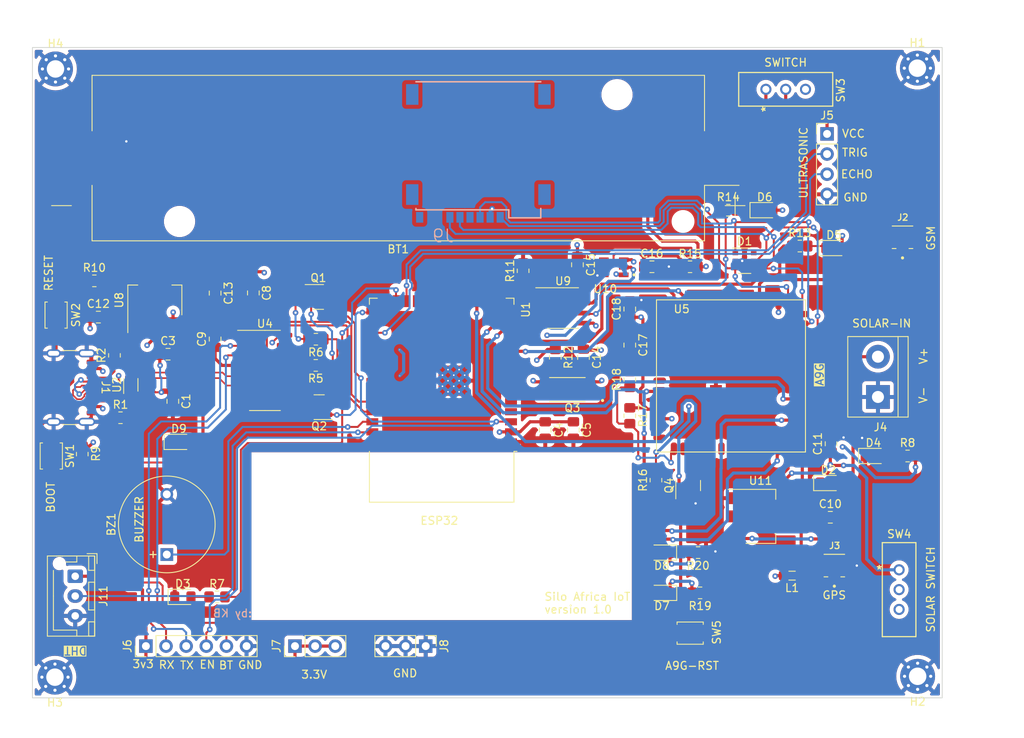
<source format=kicad_pcb>
(kicad_pcb (version 20221018) (generator pcbnew)
  (layers (0 "F.Cu" signal) (1 "In1.Cu" signal) (2 "In2.Cu" signal) (31 "B.Cu" signal) (34 "B.Paste" user) (35 "F.Paste" user) (36 "B.SilkS" user "B.Silkscreen") (37 "F.SilkS" user "F.Silkscreen") (44 "Edge.Cuts" user))
  (net 0 "")
  (net 1 "BATT_IN")
  (net 2 "GND")
  (net 3 "/BUZZER")
  (net 4 "+3V3")
  (net 5 "/V3")
  (net 6 "Net-(D2-K)")
  (net 7 "SOLAR_IN")
  (net 8 "VCC")
  (net 9 "Net-(U10-VCC)")
  (net 10 "VBAT")
  (net 11 "/SIM_VDD")
  (net 12 "/SIM_RST")
  (net 13 "/SIM_CLK")
  (net 14 "/SIM_DATA")
  (net 16 "Net-(D2-A)")
  (net 17 "Net-(D3-A)")
  (net 18 "Net-(D4-A)")
  (net 19 "Net-(D5-K)")
  (net 20 "Net-(D6-K)")
  (net 21 "Net-(D7-K)")
  (net 22 "/GSM_LED")
  (net 23 "Net-(D8-K)")
  (net 24 "/GPRS_LED")
  (net 25 "Net-(J1-CC1)")
  (net 26 "/DE+")
  (net 27 "/DE-")
  (net 29 "Net-(J1-CC2)")
  (net 31 "GPRS_RF")
  (net 32 "GPS_RF")
  (net 33 "/TRIG")
  (net 34 "/ECHO")
  (net 35 "/RX")
  (net 36 "/TX")
  (net 37 "/EN")
  (net 38 "/BOOT")
  (net 41 "/DHT11")
  (net 42 "/RTS")
  (net 43 "Net-(Q1-B)")
  (net 44 "Net-(Q2-B)")
  (net 45 "/DTR")
  (net 46 "unconnected-(Q3-Pad1)")
  (net 47 "/OC")
  (net 48 "/OD")
  (net 49 "/A9G_RST")
  (net 50 "Net-(Q4-D)")
  (net 51 "/LED")
  (net 52 "Net-(U9-PROG)")
  (net 53 "Net-(U10-CS)")
  (net 54 "Net-(U9-~{CHRG})")
  (net 55 "Net-(U9-~{STDBY})")
  (net 56 "/PWR_KEY")
  (net 57 "/VIO")
  (net 58 "/ADC_0")
  (net 63 "/D32")
  (net 64 "/UART_TX")
  (net 65 "/UART_RX")
  (net 66 "/LOW_PWR")
  (net 67 "/D12")
  (net 75 "/D17")
  (net 80 "/D21")
  (net 81 "/D-")
  (net 82 "/D+")
  (footprint "Capacitor_SMD:C_0805_2012Metric_Pad1.18x1.45mm_HandSolder" (layer "F.Cu") (at 58.77 77.612)
    (fp_text reference "C12")
    (fp_text value "22uF")
  )
  (footprint "LED_SMD:LED_0805_2012Metric_Pad1.15x1.40mm_HandSolder" (layer "F.Cu") (at 156.56 95.138)
    (fp_text reference "D4")
    (fp_text value "LED")
  )
  (footprint "Capacitor_SMD:C_0805_2012Metric_Pad1.18x1.45mm_HandSolder" (layer "F.Cu") (at 125.826 76.596 90)
    (fp_text reference "C18")
    (fp_text value "100uF")
  )
  (footprint "Battery:BatteryHolder_Keystone_1042_1x18650" (layer "F.Cu") (at 96.616 57.546 180)
    (fp_text reference "BT1")
    (fp_text value "Battery")
  )
  (footprint "Capacitor_SMD:C_0805_2012Metric_Pad1.18x1.45mm_HandSolder" (layer "F.Cu") (at 119.984 82.692 -90)
    (fp_text reference "C14")
    (fp_text value "10uF")
  )
  (footprint "Resistor_SMD:R_0805_2012Metric_Pad1.20x1.40mm_HandSolder" (layer "F.Cu") (at 73.74 112.918)
    (fp_text reference "R7")
    (fp_text value "330E")
  )
  (footprint "Diode_SMD:D_0805_2012Metric_Pad1.15x1.40mm_HandSolder" (layer "F.Cu") (at 150.885 98.552)
    (fp_text reference "D2")
    (fp_text value "1N4001")
  )
  (footprint "sliderswitch:slider" (layer "F.Cu") (at 143 48.87 90)
    (fp_text reference "SW3")
    (fp_text value "SW_SPST")
  )
  (footprint "Button_Switch_SMD:SW_SPST_B3U-1000P" (layer "F.Cu") (at 133.446 117.49)
    (fp_text reference "SW5")
    (fp_text value "SW_Push")
  )
  (footprint "Package_SO:SOIC-16_3.9x9.9mm_P1.27mm" (layer "F.Cu") (at 79.787 84.343)
    (fp_text reference "U4")
    (fp_text value "CH340C")
  )
  (footprint "Capacitor_SMD:C_0805_2012Metric_Pad1.18x1.45mm_HandSolder" (layer "F.Cu") (at 125.826 81.1465 -90)
    (fp_text reference "C17")
    (fp_text value "10uF")
  )
  (footprint "Resistor_SMD:R_0805_2012Metric_Pad1.20x1.40mm_HandSolder" (layer "F.Cu") (at 125.826 85.486 90)
    (fp_text reference "R18")
    (fp_text value "330E")
  )
  (footprint "Capacitor_SMD:C_0805_2012Metric_Pad1.18x1.45mm_HandSolder" (layer "F.Cu") (at 119.222 71.008 -90)
    (fp_text reference "C15")
    (fp_text value "10uF")
  )
  (footprint "Button_Switch_SMD:SW_SPST_B3U-1000P" (layer "F.Cu") (at 53.436 77.358 -90)
    (fp_text reference "SW2")
    (fp_text value "SW_Push")
  )
  (footprint "Capacitor_SMD:C_0805_2012Metric_Pad1.18x1.45mm_HandSolder" (layer "F.Cu") (at 151.226 93.5925 90)
    (fp_text reference "C11")
    (fp_text value "22uF")
  )
  (footprint "Resistor_SMD:R_0805_2012Metric_Pad1.20x1.40mm_HandSolder" (layer "F.Cu") (at 116.428 82.692 -90)
    (fp_text reference "R12")
    (fp_text value "1k")
  )
  (footprint "MountingHole:MountingHole_2.2mm_M2_Pad_Via" (layer "F.Cu") (at 162.113274 46.203274)
    (fp_text reference "H1")
    (fp_text value "MountingHole_Pad")
  )
  (footprint "Inductor_SMD:L_0805_2012Metric_Pad1.05x1.20mm_HandSolder" (layer "F.Cu") (at 146.304 110.236 180)
    (fp_text reference "L1")
    (fp_text value "L")
  )
  (footprint "Resistor_SMD:R_0805_2012Metric_Pad1.20x1.40mm_HandSolder" (layer "F.Cu") (at 112.364 71.77 90)
    (fp_text reference "R11")
    (fp_text value "1k6")
  )
  (footprint "Connector_JST:JST_XH_B3B-XH-AM_1x03_P2.50mm_Vertical" (layer "F.Cu") (at 55.848 110.312 -90)
    (fp_text reference "J11")
    (fp_text value "Conn_01x03_Pin")
  )
  (footprint "Package_TO_SOT_SMD:SOT-23" (layer "F.Cu") (at 86.6315 88.976 180)
    (fp_text reference "Q2")
    (fp_text value "2N3906")
  )
  (footprint "LED_SMD:LED_0805_2012Metric_Pad1.15x1.40mm_HandSolder" (layer "F.Cu") (at 69.429 112.918)
    (fp_text reference "D3")
    (fp_text value "LED")
  )
  (footprint "Capacitor_SMD:C_0805_2012Metric_Pad1.18x1.45mm_HandSolder" (layer "F.Cu") (at 73.502 80.3845 90)
    (fp_text reference "C9")
    (fp_text value "0.1uF")
  )
  (footprint "Resistor_SMD:R_0805_2012Metric_Pad1.20x1.40mm_HandSolder" (layer "F.Cu") (at 86.218 80.406 180)
    (fp_text reference "R6")
    (fp_text value "10K")
  )
  (footprint "Resistor_SMD:R_0805_2012Metric_Pad1.20x1.40mm_HandSolder" (layer "F.Cu") (at 138.258 64.12)
    (fp_text reference "R14")
    (fp_text value "1k")
  )
  (footprint "Connector_PinHeader_2.54mm:PinHeader_1x04_P2.54mm_Vertical" (layer "F.Cu") (at 150.718 54.498)
    (fp_text reference "J5")
    (fp_text value "Conn_01x04_Pin")
  )
  (footprint "Capacitor_SMD:C_0805_2012Metric_Pad1.18x1.45mm_HandSolder" (layer "F.Cu") (at 128.62 71.262)
    (fp_text reference "C16")
    (fp_text value "10uF")
  )
  (footprint "Package_TO_SOT_SMD:SOT-223-3_TabPin2" (layer "F.Cu") (at 142.336 102.758)
    (fp_text reference "U11")
    (fp_text value "AMS1117-5.0")
  )
  (footprint "Button_Switch_SMD:SW_SPST_B3U-1000P" (layer "F.Cu") (at 52.832 95.138 -90)
    (fp_text reference "SW1")
    (fp_text value "SW_Push")
  )
  (footprint "Resistor_SMD:R_0805_2012Metric_Pad1.20x1.40mm_HandSolder" (layer "F.Cu") (at 133.43 71.262)
    (fp_text reference "R15")
    (fp_text value "100")
  )
  (footprint "Resistor_SMD:R_0805_2012Metric_Pad1.20x1.40mm_HandSolder" (layer "F.Cu") (at 58.262 73.04)
    (fp_text reference "R10")
    (fp_text value "10k")
  )
  (footprint "Connector_USB:USB_C_Receptacle_GCT_USB4105-xx-A_16P_TopMnt_Horizontal" (layer "F.Cu") (at 54.198 86.502 -90)
    (fp_text reference "J1")
    (fp_text value "USB_C_Receptacle_USB2.0")
  )
  (footprint "Capacitor_SMD:C_0805_2012Metric_Pad1.18x1.45mm_HandSolder" (layer "F.Cu") (at 118.714 91.8575 -90)
    (fp_text reference "C5")
    (fp_text value "0.1uF")
  )
  (footprint "FS8205A:SOP65P640X120-8N" (layer "F.Cu") (at 117.952 86.756 180)
    (fp_text reference "Q3")
    (fp_text value "FS8205A")
  )
  (footprint "Capacitor_SMD:C_0805_2012Metric_Pad1.18x1.45mm_HandSolder" (layer "F.Cu") (at 73.502 74.5855 -90)
    (fp_text reference "C13")
    (fp_text value "10uF")
  )
  (footprint "Buzzer_Beeper:MagneticBuzzer_ProSignal_ABI-009-RC" (layer "F.Cu") (at 67.406 107.574 90)
    (fp_text reference "BZ1")
    (fp_text value "Buzzer")
  )
  (footprint "MountingHole:MountingHole_2.2mm_M2_Pad_Via" (layer "F.Cu") (at 162.146726 122.936726 180)
    (fp_text reference "H2")
    (fp_text value "MountingHole_Pad")
  )
  (footprint "Package_TO_SOT_SMD:SOT-23" (layer "F.Cu") (at 133.192 98.8695 90)
    (fp_text reference "Q4")
    (fp_text value "2N7002")
  )
  (footprint "MountingHole:MountingHole_2.2mm_M2_Pad_Via" (layer "F.Cu") (at 53.293274 123.046726 180)
    (fp_text reference "H3")
    (fp_text value "MountingHole_Pad")
  )
  (footprint "Connector_PinHeader_2.54mm:PinHeader_1x03_P2.54mm_Vertical" (layer "F.Cu") (at 83.581 119.126 90)
    (fp_text reference "J7")
    (fp_text value "Conn_01x03_Pin")
  )
  (footprint "Diode_SMD:D_0805_2012Metric_Pad1.15x1.40mm_HandSolder" (layer "F.Cu") (at 68.93 93.36)
    (fp_text reference "D9")
    (fp_text value "D_Schottky")
  )
  (footprint "LED_SMD:LED_0805_2012Metric_Pad1.15x1.40mm_HandSolder" (layer "F.Cu") (at 129.874 107.33 180)
    (fp_text reference "D8")
    (fp_text value "LED")
  )
  (footprint "Package_TO_SOT_SMD:SOT-23" (layer "F.Cu") (at 86.5345 75.072)
    (fp_text reference "Q1")
    (fp_text value "2N3904")
  )
  (footprint "Resistor_SMD:R_0805_2012Metric_Pad1.20x1.40mm_HandSolder" (layer "F.Cu") (at 134.446 107.33 180)
    (fp_text reference "R20")
    (fp_text value "1k")
  )
  (footprint "Con_Ufl:LINX_CONUFL001-SMD-T" (layer "F.Cu") (at 151.638 108.965)
    (fp_text reference "J3")
    (fp_text value "CONUFL001-SMD-T")
  )
  (footprint "Capacitor_SMD:C_0805_2012Metric_Pad1.18x1.45mm_HandSolder" (layer "F.Cu") (at 115.158 91.8575 -90)
    (fp_text reference "C4")
    (fp_text value "22uF")
  )
  (footprint "Resistor_SMD:R_0805_2012Metric_Pad1.20x1.40mm_HandSolder" (layer "F.Cu") (at 147.277 68.646)
    (fp_text reference "R13")
    (fp_text value "1k")
  )
  (footprint "Resistor_SMD:R_0805_2012Metric_Pad1.20x1.40mm_HandSolder" (layer "F.Cu") (at 86.202 83.708 180)
    (fp_text reference "R5")
    (fp_text value "10k")
  )
  (footprint "A9G:A9" (layer "F.Cu") (at 129.196 77.234)
    (fp_text reference "U5")
    (fp_text value "A9G")
  )
  (footprint "LED_SMD:LED_0805_2012Metric_Pad1.15x1.40mm_HandSolder" (layer "F.Cu") (at 129.89 112.41 180)
    (fp_text reference "D7")
    (fp_text value "LED")
  )
  (footprint "Resistor_SMD:R_0805_2012Metric_Pad1.20x1.40mm_HandSolder" (layer "F.Cu") (at 129.128 98.186 90)
    (fp_text reference "R16")
    (fp_text value "10k")
  )
  (footprint "TerminalBlock:TerminalBlock_bornier-2_P5.08mm" (layer "F.Cu") (at 157.14 87.69 90)
    (fp_text reference "J4")
    (fp_text value "Screw_Terminal_01x02")
  )
  (footprint "Package_SO:TSOP-6_1.65x3.05mm_P0.95mm" (layer "F.Cu") (at 140.304 70.5)
    (fp_text reference "D1")
    (fp_text value "SMF05C")
  )
  (footprint "MountingHole:MountingHole_2.2mm_M2_Pad_Via" (layer "F.Cu") (at 53.36 46.3)
    (fp_text reference "H4")
    (fp_text value "MountingHole_Pad")
  )
  (footprint "sliderswitch:slider" (layer "F.Cu") (at 159.81 109.5)
    (fp_text reference "SW4")
    (fp_text value "SW_SPDT")
  )
  (footprint "Connector_PinHeader_2.54mm:PinHeader_1x03_P2.54mm_Vertical" (layer "F.Cu") (at 100.076 119.126 -90)
    (fp_text reference "J8")
    (fp_text value "Conn_01x03_Pin")
  )
  (footprint "Resistor_SMD:R_0805_2012Metric_Pad1.20x1.40mm_HandSolder" (layer "F.Cu") (at 160.878 95.138)
    (fp_text reference "R8")
    (fp_text value "1k")
  )
  (footprint "Capacitor_SMD:C_0805_2012Metric_Pad1.18x1.45mm_HandSolder" (layer "F.Cu") (at 68.168 88.237 -90)
    (fp_text reference "C1")
    (fp_text value "22uF")
  )
  (footprint "RF_Module:ESP32-WROOM-32D" (layer "F.Cu") (at 102.09 85.11 180)
    (fp_text reference "U1")
    (fp_text value "ESP32-WROOM-32D")
  )
  (footprint "Package_TO_SOT_SMD:SOT-223-3_TabPin2" (layer "F.Cu") (at 65.896 75.478 90)
    (fp_text reference "U8")
    (fp_text value "LM1117MP-3.3")
  )
  (footprint "LED_SMD:LED_0805_2012Metric_Pad1.15x1.40mm_HandSolder" (layer "F.Cu") (at 151.595 68.9)
    (fp_text reference "D5")
    (fp_text value "LED")
  )
  (footprint "Resistor_SMD:R_0805_2012Metric_Pad1.20x1.40mm_HandSolder" (layer "F.Cu") (at 61.564 90.312)
    (fp_text reference "R1")
    (fp_text value "5k1")
  )
  (footprint "Resistor_SMD:R_0805_2012Metric_Pad1.20x1.40mm_HandSolder" (layer "F.Cu") (at 56.738 94.9 90)
    (fp_text reference "R9")
    (fp_text value "10k")
  )
  (footprint "Resistor_SMD:R_0805_2012Metric_Pad1.20x1.40mm_HandSolder" (layer "F.Cu") (at 134.7 112.41 180)
    (fp_text reference "R19")
    (fp_text value "1k")
  )
  (footprint "Capacitor_SMD:C_0805_2012Metric_Pad1.18x1.45mm_HandSolder" (layer "F.Cu") (at 78.328 74.564 -90)
    (fp_text reference "C8")
    (fp_text value "0.1uF")
  )
  (footprint "Package_TO_SOT_SMD:SOT-666" (layer "F.Cu") (at 62.8635 86.16 90)
    (fp_text reference "U2")
    (fp_text value "USBLC6-2P6")
  )
  (footprint "Capacitor_SMD:C_0805_2012Metric_Pad1.18x1.45mm_HandSolder" (layer "F.Cu") (at 151.13 102.87)
    (fp_text reference "C10")
    (fp_text value "10uF")
  )
  (footprint "Connector_PinHeader_2.54mm:PinHeader_1x06_P2.54mm_Vertical" (layer "F.Cu") (at 64.77 119.126 90)
    (fp_text reference "J6")
    (fp_text value "Conn_01x06_Pin")
  )
  (footprint "DW01A:SOT95P280X145-6N" (layer "F.Cu") (at 123.809 71.328 180)
    (fp_text reference "U10")
    (fp_text value "DW01A")
  )
  (footprint "Con_Ufl:LINX_CONUFL001-SMD-T" (layer "F.Cu") (at 160.24 67.54)
    (fp_text reference "J2")
    (fp_text value "CONUFL001-SMD-T")
  )
  (footprint "Resistor_SMD:R_0805_2012Metric_Pad1.20x1.40mm_HandSolder" (layer "F.Cu") (at 60.802 82.438 90)
    (fp_text reference "R2")
    (fp_text value "5k1")
  )
  (footprint "Resistor_SMD:R_0805_2012Metric_Pad1.20x1.40mm_HandSolder" (layer "F.Cu") (at 125.826 90.058 -90)
    (fp_text reference "R17")
    (fp_text value "330E")
  )
  (footprint "Package_SO:SO-8_3.9x4.9mm_P1.27mm" (layer "F.Cu") (at 117.409 76.469)
    (fp_text reference "U9")
    (fp_text value "TP4056")
  )
  (footprint "LED_SMD:LED_0805_2012Metric_Pad1.15x1.40mm_HandSolder" (layer "F.Cu") (at 142.855 64.12)
    (fp_text reference "D6")
    (fp_text value "LED")
  )
  (footprint "Capacitor_SMD:C_0805_2012Metric_Pad1.18x1.45mm_HandSolder" (layer "F.Cu") (at 67.564 82.296)
    (fp_text reference "C3")
    (fp_text value "0.1uF")
  )
  (footprint "microsim:GCT_SIM7100-6-1-15-00-A_REVC" (layer "B.Cu") (at 106.719 56.809)
    (fp_text reference "J9")
    (fp_text value "MICRO SIM")
  )
  (gr_rect (start 50.45 43.595) (end 165.25 125.655) (stroke (width 0.1)) (fill none) (layer "Edge.Cuts"))
  (gr_text ":by KB" (at 78.24 115.57) (layer "B.SilkS") (effects (font (size 1 1)) (justify left bottom mirror)))
  (gr_text "A9G" (at 150.368 86.36 90) (layer "F.SilkS" knockout) (effects (font (size 1 1)) (justify left bottom)))
  (gr_text "SOLAR-IN" (at 153.8 78.99) (layer "F.SilkS") (effects (font (size 1 1)) (justify left bottom)))
  (gr_text "GND" (at 95.85 123.14) (layer "F.SilkS") (effects (font (size 1 1)) (justify left bottom)))
  (gr_text "TX" (at 68.99 122.13) (layer "F.SilkS") (effects (font (size 1 1)) (justify left bottom)))
  (gr_text "DHT" (at 57.404 119.126 180) (layer "F.SilkS" knockout) (effects (font (size 1 1)) (justify left bottom)))
  (gr_text "ESP32" (at 99.314 103.886) (layer "F.SilkS") (effects (font (size 1 1)) (justify left bottom)))
  (gr_text "EN" (at 71.45 122.04) (layer "F.SilkS") (effects (font (size 1 1)) (justify left bottom)))
  (gr_text "RX" (at 66.31 122.08) (layer "F.SilkS") (effects (font (size 1 1)) (justify left bottom)))
  (gr_text "ULTRASONIC" (at 148.336 62.738 90) (layer "F.SilkS") (effects (font (size 1 1)) (justify left bottom)))
  (gr_text "3.3V" (at 84.29 123.3) (layer "F.SilkS") (effects (font (size 1 1)) (justify left bottom)))
  (gr_text "GND" (at 152.69 63.09) (layer "F.SilkS") (effects (font (size 1 1)) (justify left bottom)))
  (gr_text "TRIG" (at 152.51 57.43) (layer "F.SilkS") (effects (font (size 1 1)) (justify left bottom)))
  (gr_text "GPS" (at 150.05 113.29) (layer "F.SilkS") (effects (font (size 1 1)) (justify left bottom)))
  (gr_text "V+" (at 163.46 83.66 90) (layer "F.SilkS") (effects (font (size 1 1)) (justify left bottom)))
  (gr_text "BT" (at 73.9 122.13) (layer "F.SilkS") (effects (font (size 1 1)) (justify left bottom)))
  (gr_text "SOLAR SWITCH" (at 164.39 117.49 90) (layer "F.SilkS") (effects (font (size 1 1)) (justify left bottom)))
  (gr_text "V-" (at 163.43 88.6 90) (layer "F.SilkS") (effects (font (size 1 1)) (justify left bottom)))
  (gr_text "SWITCH" (at 142.7 46.07) (layer "F.SilkS") (effects (font (size 1 1)) (justify left bottom)))
  (gr_text "GSM" (at 164.41 69.3 90) (layer "F.SilkS") (effects (font (size 1 1)) (justify left bottom)))
  (gr_text "VCC" (at 152.52 55.04) (layer "F.SilkS") (effects (font (size 1 1)) (justify left bottom)))
  (gr_text "Silo Africa IoT\nversion 1.0" (at 114.98 115.09) (layer "F.SilkS") (effects (font (size 1 1)) (justify left bottom)))
  (gr_text "ECHO" (at 152.38 60.16) (layer "F.SilkS") (effects (font (size 1 1)) (justify left bottom)))
  (gr_text "GND" (at 76.31 122.09) (layer "F.SilkS") (effects (font (size 1 1)) (justify left bottom)))
  (gr_text "3v3" (at 62.99 121.97) (layer "F.SilkS") (effects (font (size 1 1)) (justify left bottom)))
  (gr_text "BOOT" (at 53.34 102.362 90) (layer "F.SilkS") (effects (font (size 1 1)) (justify left bottom)))
  (gr_text "BUZZER" (at 64.516 106.172 90) (layer "F.SilkS") (effects (font (size 1 1)) (justify left bottom)))
  (gr_text "A9G-RST" (at 130.21 122.19) (layer "F.SilkS") (effects (font (size 1 1)) (justify left bottom)))
  (gr_text "RESET" (at 53.086 74.422 90) (layer "F.SilkS") (effects (font (size 1 1)) (justify left bottom)))
  (segment (start 143 55.7) (end 141.154 57.546) (width 0.4) (layer "F.Cu") (net 1))
  (segment (start 143 48.87) (end 143 55.7) (width 0.4) (layer "F.Cu") (net 1))
  (segment (start 119.984 78.374) (end 121.215 78.374) (width 0.4) (layer "F.Cu") (net 1))
  (segment (start 128.1 66.2) (end 129.93 68.03) (width 0.4) (layer "F.Cu") (net 1))
  (segment (start 130.074 57.546) (end 128.1 59.52) (width 0.4) (layer "F.Cu") (net 1))
  (segment (start 129.93 68.03) (end 134.08 68.03) (width 0.4) (layer "F.Cu") (net 1))
  (segment (start 121.215 78.374) (end 121.5505 78.7095) (width 0.4) (layer "F.Cu") (net 1))
  (segment (start 135.946 57.546) (end 130.074 57.546) (width 0.4) (layer "F.Cu") (net 1))
  (segment (start 128.1 59.52) (end 128.1 66.2) (width 0.4) (layer "F.Cu") (net 1))
  (segment (start 141.154 57.546) (end 135.946 57.546) (width 0.4) (layer "F.Cu") (net 1))
  (segment (start 134.43 68.38) (end 134.43 71.262) (width 0.4) (layer "F.Cu") (net 1))
  (segment (start 135.408 71.262) (end 135.45 71.22) (width 0.4) (layer "F.Cu") (net 1))
  (segment (start 122.21 81.78) (end 120.1095 81.78) (width 0.4) (layer "F.Cu") (net 1))
  (segment (start 134.08 68.03) (end 134.43 68.38) (width 0.4) (layer "F.Cu") (net 1))
  (segment (start 134.43 71.262) (end 135.408 71.262) (width 0.4) (layer "F.Cu") (net 1))
  (segment (start 120.1095 81.78) (end 119.984 81.6545) (width 0.4) (layer "F.Cu") (net 1))
  (via (at 121.5505 78.7095) (size 0.7) (drill 0.3) (layers "F.Cu" "B.Cu") (net 1))
  (via (at 122.21 81.78) (size 0.7) (drill 0.3) (layers "F.Cu" "B.Cu") (net 1))
  (via (at 135.45 71.22) (size 0.7) (drill 0.3) (layers "F.Cu" "B.Cu") (net 1))
  (segment (start 121.7395 72.36) (end 122.472 72.36) (width 0.4) (layer "F.Cu") (net 2))
  (segment (start 149.504 91.634) (end 147.596 91.634) (width 0.4) (layer "F.Cu") (net 2))
  (segment (start 59.47 81.77) (end 59.802 81.438) (width 0.4) (layer "F.Cu") (net 2))
  (segment (start 53.436 79.058) (end 53.436 81.869) (width 0.4) (layer "F.Cu") (net 2))
  (segment (start 62.564 90.312) (end 67.1305 90.312) (width 0.4) (layer "F.Cu") (net 2))
  (segment (start 135.04 86.934) (end 136.696 86.934) (width 0.4) (layer "F.Cu") (net 2))
  (segment (start 150.163 108.965) (end 153.113 108.965) (width 0.4) (layer "F.Cu") (net 2))
  (segment (start 145.796 96.713339) (end 145.796 94.234) (width 0.4) (layer "F.Cu") (net 2))
  (segment (start 117.39 70.77) (end 112.364 70.77) (width 0.4) (layer "F.Cu") (net 2))
  (segment (start 135.146 112.964) (end 135.7 112.41) (width 0.4) (layer "F.Cu") (net 2))
  (segment (start 59.392 55.44) (end 62.3 55.44) (width 0.4) (layer "F.Cu") (net 2))
  (segment (start 118.08 84.0695) (end 118.42 83.7295) (width 0.4) (layer "F.Cu") (net 2))
  (segment (start 57.878 90.247) (end 57.878 89.702) (width 0.4) (layer "F.Cu") (net 2))
  (segment (start 157.14 91.98) (end 157.14 87.69) (width 0.4) (layer "F.Cu") (net 2))
  (segment (start 153.113 106.733) (end 152.1675 105.7875) (width 0.4) (layer "F.Cu") (net 2))
  (segment (start 120.832 86.88) (end 120.383 86.431) (width 0.4) (layer "F.Cu") (net 2))
  (segment (start 143.396 75.834) (end 143.396 76.834) (width 0.4) (layer "F.Cu") (net 2))
  (segment (start 152.1675 105.7875) (end 152.1675 102.87) (width 0.4) (layer "F.Cu") (net 2))
  (segment (start 152.8 92.8) (end 151.471 92.8) (width 0.4) (layer "F.Cu") (net 2))
  (segment (start 73.502 79.347) (end 73.502 75.623) (width 0.4) (layer "F.Cu") (net 2))
  (segment (start 53.436 81.869) (end 53.123 82.182) (width 0.4) (layer "F.Cu") (net 2))
  (segment (start 134.142 101.108) (end 134.13 101.12) (width 0.4) (layer "F.Cu") (net 2))
  (segment (start 51.36 91.43) (end 51.968 90.822) (width 0.4) (layer "F.Cu") (net 2))
  (segment (start 134.396 80.334) (end 134.396 86.29) (width 0.4) (layer "F.Cu") (net 2))
  (segment (start 51.36 95.366) (end 51.36 91.43) (width 0.4) (layer "F.Cu") (net 2))
  (segment (start 120.832 86.431) (end 120.832 86.88) (width 0.4) (layer "F.Cu") (net 2))
  (segment (start 110.84 93.36) (end 112.18 93.36) (width 0.4) (layer "F.Cu") (net 2))
  (segment (start 145.796 94.234) (end 145.796 92.014) (width 0.4) (layer "F.Cu") (net 2))
  (segment (start 67.1305 90.312) (end 68.168 89.2745) (width 0.4) (layer "F.Cu") (net 2))
  (segment (start 131.836 88.034) (end 132.936 86.934) (width 0.4) (layer "F.Cu") (net 2))
  (segment (start 146.176 91.634) (end 147.596 91.634) (width 0.4) (layer "F.Cu") (net 2))
  (segment (start 59.47 82.88) (end 59.47 81.77) (width 0.4) (layer "F.Cu") (net 2))
  (segment (start 151.471 92.8) (end 151.226 92.555) (width 0.4) (layer "F.Cu") (net 2))
  (segment (start 129.596 88.034) (end 131.836 88.034) (width 0.4) (layer "F.Cu") (net 2))
  (segment (start 78.3065 75.623) (end 78.328 75.6015) (width 0.4) (layer "F.Cu") (net 2))
  (segment (start 120.383 86.431) (end 118.08 86.431) (width 0.4) (layer "F.Cu") (net 2))
  (segment (start 155.535 93.255) (end 155.14 92.86) (width 0.4) (layer "F.Cu") (net 2))
  (segment (start 115.072 86.431) (end 115.072 87.081) (width 0.4) (layer "F.Cu") (net 2))
  (segment (start 51.968 90.822) (end 53.123 90.822) (width 0.4) (layer "F.Cu") (net 2))
  (segment (start 97.536 119.126) (end 100.076 119.126) (width 0.4) (layer "F.Cu") (net 2))
  (segment (start 118.08 86.431) (end 115.072 86.431) (width 0.4) (layer "F.Cu") (net 2))
  (segment (start 135.446 107.33) (end 136.48 107.33) (width 0.4) (layer "F.Cu") (net 2))
  (segment (start 127.1915 75.5585) (end 127.29 75.46) (width 0.4) (layer "F.Cu") (net 2))
  (segment (start 135.7 112.41) (end 135.7 107.584) (width 0.4) (layer "F.Cu") (net 2))
  (segment (start 62.58 77.612) (end 63.596 78.628) (width 0.4) (layer "F.Cu") (net 2))
  (segment (start 57.303 90.822) (end 57.878 90.247) (width 0.4) (layer "F.Cu") (net 2))
  (segment (start 141.33 77.38) (end 140.996 77.046) (width 0.4) (layer "F.Cu") (net 2))
  (segment (start 153.113 108.965) (end 153.113 106.733) (width 0.4) (layer "F.Cu") (net 2))
  (segment (start 118.08 86.431) (end 118.08 84.0695) (width 0.4) (layer "F.Cu") (net 2))
  (segment (start 134.396 86.29) (end 135.04 86.934) (width 0.4) (layer "F.Cu") (net 2))
  (segment (start 155.535 95.138) (end 155.535 93.255) (width 0.4) (layer "F.Cu") (net 2))
  (segment (start 115.158 92.895) (end 118.714 92.895) (width 0.4) (layer "F.Cu") (net 2))
  (segment (start 62.8635 87.085) (end 62.8635 90.0125) (width 0.25) (layer "F.Cu") (net 2))
  (segment (start 59.8075 77.612) (end 62.58 77.612) (width 0.4) (layer "F.Cu") (net 2))
  (segment (start 130.738 71.262) (end 130.76 71.24) (width 0.4) (layer "F.Cu") (net 2))
  (segment (start 150.425 92.555) (end 149.504 91.634) (width 0.4) (layer "F.Cu") (net 2))
  (segment (start 112.675 92.895) (end 115.158 92.895) (width 0.4) (layer "F.Cu") (net 2))
  (segment (start 73.502 79.347) (end 70.283 79.347) (width 0.4) (layer "F.Cu") (net 2))
  (segment (start 116.428 83.692) (end 118.17 83.692) (width 0.4) (layer "F.Cu") (net 2))
  (segment (start 140.996 77.046) (end 140.996 75.834) (width 0.4) (layer "F.Cu") (net 2))
  (segment (start 144.29 98.219339) (end 145.796 96.713339) (width 0.4) (layer "F.Cu") (net 2))
  (segment (start 134.793 100.458) (end 139.186 100.458) (width 0.4) (layer "F.Cu") (net 2))
  (segment (start 142.85 77.38) (end 141.33 77.38) (width 0.4) (layer "F.Cu") (net 2))
  (segment (start 134.142 99.807) (end 134.793 100.458) (width 0.4) (layer "F.Cu") (net 2))
  (segment (start 134.142 99.807) (end 134.142 101.108) (width 0.4) (layer "F.Cu") (net 2))
  (segment (start 112.364 70.77) (end 112.364 64.874) (width 0.4) (layer "F.Cu") (net 2))
  (segment (start 139.144 70.5) (end 139.99 70.5) (width 0.4) (layer "F.Cu") (net 2))
  (segment (start 129.6575 71.262) (end 130.738 71.262) (width 0.4) (layer "F.Cu") (net 2))
  (segment (start 120.832 86.88) (end 120.832 87.081) (width 0.4) (layer "F.Cu") (net 2))
  (segment (start 70.283 79.347) (end 68.6015 81.0285) (width 0.4) (layer "F.Cu") (net 2))
  (segment (start 73.502 75.623) (end 78.3065 75.623) (width 0.4) (layer "F.Cu") (net 2))
  (segment (start 75.247 79.347) (end 75.798 79.898) (width 0.4) (layer "F.Cu") (net 2))
  (segment (start 118.42 83.7295) (end 118.2075 83.7295) (width 0.4) (layer "F.Cu") (net 2))
  (segment (start 119.984 83.7295) (end 118.42 83.7295) (width 0.4) (layer "F.Cu") (net 2))
  (segment (start 153.113 108.965) (end 154.465 108.965) (width 0.4) (layer "F.Cu") (net 2))
  (segment (start 112.364 64.874) (end 111.4245 63.9345) (width 0.4) (layer "F.Cu") (net 2))
  (segment (start 143.396 76.834) (end 142.85 77.38) (width 0.4) (layer "F.Cu") (net 2))
  (segment (start 57.878 83.302) (end 59.048 83.302) (width 0.4) (layer "F.Cu") (net 2))
  (segment (start 136.48 107.33) (end 136.63 107.18) (width 0.4) (layer "F.Cu") (net 2))
  (segment (start 75.798 79.898) (end 77.312 79.898) (width 0.4) (layer "F.Cu") (net 2))
  (segment (start 118.2075 83.7295) (end 118.17 83.692) (width 0.4) (layer "F.Cu") (net 2))
  (segment (start 117.5 70.88) (end 117.39 70.77) (width 0.4) (layer "F.Cu") (net 2))
  (segment (start 94.996 119.126) (end 97.536 119.126) (width 0.4) (layer "F.Cu") (net 2))
  (segment (start 53.123 90.822) (end 57.303 90.822) (width 0.4) (layer "F.Cu") (net 2))
  (segment (start 135.7 107.584) (end 135.446 107.33) (width 0.4) (layer "F.Cu") (net 2))
  (segment (start 144.29 99.87) (end 144.29 98.219339) (width 0.4) (layer "F.Cu") (net 2))
  (segment (start 73.502 79.347) (end 75.247 79.347) (width 0.4) (layer "F.Cu") (net 2))
  (segment (start 119.222 72.0455) (end 117.9355 72.0455) (width 0.4) (layer "F.Cu") (net 2))
  (segment (start 117.5 71.61) (end 117.5 70.88) (width 0.4) (layer "F.Cu") (net 2))
  (segment (start 143.702 100.458) (end 144.29 99.87) (width 0.4) (layer "F.Cu") (net 2))
  (segment (start 122.472 72.36) (end 122.554 72.278) (width 0.4) (layer "F.Cu") (net 2))
  (segment (start 155.535 95.138) (end 155.535 93.585) (width 0.4) (layer "F.Cu") (net 2))
  (segment (start 59.048 83.302) (end 59.47 82.88) (width 0.4) (layer "F.Cu") (net 2))
  (segment (start 59.802 81.438) (end 60.802 81.438) (width 0.4) (layer "F.Cu") (net 2))
  (segment (start 57.286 57.546) (end 59.392 55.44) (width 0.4) (layer "F.Cu") (net 2))
  (segment (start 151.226 92.555) (end 150.425 92.555) (width 0.4) (layer "F.Cu") (net 2))
  (segment (start 68.6015 81.0285) (end 68.6015 82.296) (width 0.4) (layer "F.Cu") (net 2))
  (segment (start 112.66 92.88) (end 112.675 92.895) (width 0.4) (layer "F.Cu") (net 2))
  (segment (start 154.465 108.965) (end 154.47 108.97) (width 0.4) (layer "F.Cu") (net 2))
  (segment (start 145.796 92.014) (end 146.176 91.634) (width 0.4) (layer "F.Cu") (net 2))
  (segment (start 132.936 86.934) (end 136.696 86.934) (width 0.4) (layer "F.Cu") (net 2))
  (segment (start 52.832 96.838) (end 51.36 95.366) (width 0.4) (layer "F.Cu") (net 2))
  (segment (start 139.186 100.458) (end 143.702 100.458) (width 0.4) (layer "F.Cu") (net 2))
  (segment (start 125.826 82.184) (end 125.826 84.486) (width 0.4) (layer "F.Cu") (net 2))
  (segment (start 155.535 93.585) (end 157.14 91.98) (width 0.4) (layer "F.Cu") (net 2))
  (segment (start 139.99 70.5) (end 140.01 70.52) (width 0.4) (layer "F.Cu") (net 2))
  (segment (start 53.123 82.182) (end 57.303 82.182) (width 0.4) (layer "F.Cu") (net 2))
  (segment (start 62.8635 90.0125) (end 62.564 90.312) (width 0.25) (layer "F.Cu") (net 2))
  (segment (start 112.18 93.36) (end 112.66 92.88) (width 0.4) (layer "F.Cu") (net 2))
  (segment (start 135.146 117.49) (end 135.146 112.964) (width 0.4) (layer "F.Cu") (net 2))
  (segment (start 111.4245 63.9345) (end 108.45 63.9345) (width 0.4) (layer "F.Cu") (net 2))
  (segment (start 117.9355 72.0455) (end 117.5 71.61) (width 0.4) (layer "F.Cu") (net 2))
  (segment (start 125.826 75.5585) (end 127.1915 75.5585) (width 0.4) (layer "F.Cu") (net 2))
  (via (at 62.3 55.44) (size 0.7) (drill 0.3) (layers "F.Cu" "B.Cu") (net 2))
  (via (at 130.76 71.24) (size 0.7) (drill 0.3) (layers "F.Cu" "B.Cu") (net 2))
  (via (at 127.29 75.46) (size 0.7) (drill 0.3) (layers "F.Cu" "B.Cu") (net 2))
  (via (at 154.47 108.97) (size 0.7) (drill 0.3) (layers "F.Cu" "B.Cu") (net 2))
  (via (at 108.45 63.9345) (size 0.7) (drill 0.3) (layers "F.Cu" "B.Cu") (net 2))
  (via (at 155.14 92.86) (size 0.7) (drill 0.3) (layers "F.Cu" "B.Cu") (net 2))
  (via (at 136.63 107.18) (size 0.7) (drill 0.3) (layers "F.Cu" "B.Cu") (net 2))
  (via (at 134.13 101.12) (size 0.7) (drill 0.3) (layers "F.Cu" "B.Cu") (net 2))
  (via (at 140.01 70.52) (size 0.7) (drill 0.3) (layers "F.Cu" "B.Cu") (net 2))
  (via (at 121.7395 72.36) (size 0.7) (drill 0.3) (layers "F.Cu" "B.Cu") (net 2))
  (via (at 152.8 92.8) (size 0.7) (drill 0.3) (layers "F.Cu" "B.Cu") (net 2))
  (segment (start 152.86 92.86) (end 152.8 92.8) (width 0.4) (layer "B.Cu") (net 2))
  (segment (start 108.204 64.1805) (end 108.45 63.9345) (width 0.4) (layer "B.Cu") (net 2))
  (segment (start 94.57 122.93) (end 62.39 122.93) (width 0.4) (layer "B.Cu") (net 2))
  (segment (start 94.996 119.126) (end 94.996 122.504) (width 0.4) (layer "B.Cu") (net 2))
  (segment (start 108.204 65.024) (end 108.204 64.1805) (width 0.4) (layer "B.Cu") (net 2))
  (segment (start 61.32 121.86) (end 61.32 116.1) (width 0.4) (layer "B.Cu") (net 2))
  (segment (start 61.32 116.1) (end 60.532 115.312) (width 0.4) (layer "B.Cu") (net 2))
  (segment (start 62.39 122.93) (end 61.32 121.86) (width 0.4) (layer "B.Cu") (net 2))
  (segment (start 155.14 92.86) (end 152.86 92.86) (width 0.4) (layer "B.Cu") (net 2))
  (segment (start 94.996 122.504) (end 94.57 122.93) (width 0.4) (layer "B.Cu") (net 2))
  (segment (start 60.532 115.312) (end 55.848 115.312) (width 0.4) (layer "B.Cu") (net 2))
  (segment (start 91.49 91.47) (end 90.2355 91.47) (width 0.25) (layer "F.Cu") (net 3))
  (segment (start 92.14 90.82) (end 91.49 91.47) (width 0.25) (layer "F.Cu") (net 3))
  (segment (start 93.34 90.82) (end 92.14 90.82) (width 0.25) (layer "F.Cu") (net 3))
  (segment (start 90.2355 91.47) (end 90.23 91.4755) (width 0.25) (layer "F.Cu") (net 3))
  (via (at 90.23 91.4755) (size 0.7) (drill 0.3) (layers "F.Cu" "B.Cu") (net 3))
  (segment (start 75.17 93.28) (end 75.17 107.1) (width 0.25) (layer "B.Cu") (net 3))
  (segment (start 75.17 107.1) (end 74.696 107.574) (width 0.25) (layer "B.Cu") (net 3))
  (segment (start 74.696 107.574) (end 67.406 107.574) (width 0.25) (layer "B.Cu") (net 3))
  (segment (start 90.23 91.4755) (end 76.9745 91.4755) (width 0.25) (layer "B.Cu") (net 3))
  (segment (start 76.9745 91.4755) (end 75.17 93.28) (width 0.25) (layer "B.Cu") (net 3))
  (segment (start 64.34 118.696) (end 64.77 119.126) (width 0.4) (layer "F.Cu") (net 4))
  (segment (start 64.77 119.126) (end 64.77 121.02) (width 0.4) (layer "F.Cu") (net 4))
  (segment (start 82.5 121.92) (end 83.581 120.839) (width 0.4) (layer "F.Cu") (net 4))
  (segment (start 64.77 121.02) (end 65.67 121.92) (width 0.4) (layer "F.Cu") (net 4))
  (segment (start 115.158 90.82) (end 118.714 90.82) (width 0.4) (layer "F.Cu") (net 4))
  (segment (start 56.738 93.9) (end 57.64 93.9) (width 0.4) (layer "F.Cu") (net 4))
  (segment (start 83.581 119.126) (end 86.121 119.126) (width 0.4) (layer "F.Cu") (net 4))
  (segment (start 73.5235 73.5265) (end 73.502 73.548) (width 0.4) (layer "F.Cu") (net 4))
  (segment (start 70.228 72.328) (end 71.448 73.548) (width 0.4) (layer "F.Cu") (net 4))
  (segment (start 65.896 78.628) (end 65.896 80.194) (width 0.4) (layer "F.Cu") (net 4))
  (segment (start 78.328 72.132) (end 78.57 71.89) (width 0.4) (layer "F.Cu") (net 4))
  (segment (start 161.878 96.548) (end 161.88 96.55) (width 0.4) (layer "F.Cu") (net 4))
  (segment (start 78.57 71.89) (end 79.59 71.89) (width 0.4) (layer "F.Cu") (net 4))
  (segment (start 109.42 92.09) (end 109.39 92.12) (width 0.4) (layer "F.Cu") (net 4))
  (segment (start 79.59 71.89) (end 79.7 72) (width 0.4) (layer "F.Cu") (net 4))
  (segment (start 78.328 73.5265) (end 73.5235 73.5265) (width 0.4) (layer "F.Cu") (net 4))
  (segment (start 65.896 78.628) (end 65.896 72.328) (width 0.4) (layer "F.Cu") (net 4))
  (segment (start 113.25 90.82) (end 115.158 90.82) (width 0.4) (layer "F.Cu") (net 4))
  (segment (start 88.661 119.126) (end 86.121 119.126) (width 0.4) (layer "F.Cu") (net 4))
  (segment (start 81.6365 79.898) (end 80.7045 80.83) (width 0.25) (layer "F.Cu") (net 4))
  (segment (start 110.84 92.09) (end 109.42 92.09) (width 0.4) (layer "F.Cu") (net 4))
  (segment (start 59.974 72.328) (end 59.262 73.04) (width 0.4) (layer "F.Cu") (net 4))
  (segment (start 82.262 79.898) (end 81.6365 79.898) (width 0.25) (layer "F.Cu") (net 4))
  (segment (start 161.878 95.138) (end 161.878 96.548) (width 0.4) (layer "F.Cu") (net 4))
  (segment (start 65.67 121.92) (end 82.5 121.92) (width 0.4) (layer "F.Cu") (net 4))
  (segment (start 62.582538 111.625) (end 63.925 111.625) (width 0.4) (layer "F.Cu") (net 4))
  (segment (start 65.896 72.328) (end 59.974 72.328) (width 0.4) (layer "F.Cu") (net 4))
  (segment (start 78.328 73.5265) (end 78.328 72.132) (width 0.4) (layer "F.Cu") (net 4))
  (segment (start 64.77 116.67) (end 64.77 119.126) (width 0.4) (layer "F.Cu") (net 4))
  (segment (start 65.896 80.194) (end 64.92 81.17) (width 0.4) (layer "F.Cu") (net 4))
  (segment (start 61.269538 110.312) (end 62.582538 111.625) (width 0.4) (layer "F.Cu") (net 4))
  (segment (start 57.64 93.9) (end 58.13 93.41) (width 0.4) (layer "F.Cu") (net 4))
  (segment (start 110.84 92.09) (end 111.98 92.09) (width 0.4) (layer "F.Cu") (net 4))
  (segment (start 64.34 112.04) (end 64.34 116.24) (width 0.4) (layer "F.Cu") (net 4))
  (segment (start 64.34 116.24) (end 64.77 116.67) (width 0.4) (layer "F.Cu") (net 4))
  (segment (start 65.896 72.328) (end 70.228 72.328) (width 0.4) (layer "F.Cu") (net 4))
  (segment (start 55.848 110.312) (end 61.269538 110.312) (width 0.4) (layer "F.Cu") (net 4))
  (segment (start 71.448 73.548) (end 73.502 73.548) (width 0.4) (layer "F.Cu") (net 4))
  (segment (start 111.98 92.09) (end 113.25 90.82) (width 0.4) (layer "F.Cu") (net 4))
  (segment (start 83.581 120.839) (end 83.581 119.126) (width 0.4) (layer "F.Cu") (net 4))
  (segment (start 63.925 111.625) (end 64.34 112.04) (width 0.4) (layer "F.Cu") (net 4))
  (via (at 80.7045 80.83) (size 0.7) (drill 0.3) (layers "F.Cu" "B.Cu") (net 4))
  (via (at 79.7 72) (size 0.7) (drill 0.3) (layers "F.Cu" "B.Cu") (net 4))
  (via (at 109.39 92.12) (size 0.7) (drill 0.3) (layers "F.Cu" "B.Cu") (net 4))
  (via (at 161.88 96.55) (size 0.7) (drill 0.3) (layers "F.Cu" "B.Cu") (net 4))
  (via (at 64.92 81.17) (size 0.7) (drill 0.3) (layers "F.Cu" "B.Cu") (net 4))
  (via (at 152.67 93.99) (size 0.7) (drill 0.3) (layers "F.Cu" "B.Cu") (net 4))
  (via (at 58.13 93.41) (size 0.7) (drill 0.3) (layers "F.Cu" "B.Cu") (net 4))
  (via micro (at 96.8 85.02) (size 0.3) (drill 0.1) (layers "In2.Cu" "B.Cu") (net 4))
  (via micro (at 96.77 81.73) (size 0.3) (drill 0.1) (layers "In2.Cu" "B.Cu") (net 4))
  (segment (start 161.2 97.87) (end 161.88 97.19) (width 0.4) (layer "B.Cu") (net 4))
  (segment (start 97.29 84.53) (end 97.29 82.25) (width 0.4) (layer "B.Cu") (net 4))
  (segment (start 96.8 85.02) (end 97.29 84.53) (width 0.4) (layer "B.Cu") (net 4))
  (segment (start 161.88 97.19) (end 161.88 96.55) (width 0.4) (layer "B.Cu") (net 4))
  (segment (start 152.95 93.99) (end 156.83 97.87) (width 0.4) (layer "B.Cu") (net 4))
  (segment (start 156.83 97.87) (end 161.2 97.87) (width 0.4) (layer "B.Cu") (net 4))
  (segment (start 97.29 82.25) (end 96.77 81.73) (width 0.4) (layer "B.Cu") (net 4))
  (segment (start 152.67 93.99) (end 152.95 93.99) (width 0.4) (layer "B.Cu") (net 4))
  (segment (start 73.502 81.422) (end 73.502 82.832) (width 0.4) (layer "F.Cu") (net 5))
  (segment (start 74.378 83.708) (end 77.312 83.708) (width 0.4) (layer "F.Cu") (net 5))
  (segment (start 73.502 82.832) (end 74.378 83.708) (width 0.4) (layer "F.Cu") (net 5))
  (segment (start 150.0925 105.0875) (end 149.8 105.38) (width 0.4) (layer "F.Cu") (net 6))
  (segment (start 149.86 98.552) (end 149.86 102.6375) (width 0.4) (layer "F.Cu") (net 6))
  (segment (start 149.86 102.6375) (end 150.0925 102.87) (width 0.4) (layer "F.Cu") (net 6))
  (segment (start 149.57 105.61) (end 148.69 105.61) (width 0.4) (layer "F.Cu") (net 6))
  (segment (start 150.0925 102.87) (end 150.0925 105.0875) (width 0.4) (layer "F.Cu") (net 6))
  (segment (start 149.8 105.38) (end 149.57 105.61) (width 0.4) (layer "F.Cu") (net 6))
  (segment (start 139.678 105.55) (end 139.186 105.058) (width 0.4) (layer "F.Cu") (net 6))
  (segment (start 141.26 105.55) (end 139.678 105.55) (width 0.4) (layer "F.Cu") (net 6))
  (via (at 148.69 105.61) (size 0.7) (drill 0.3) (layers "F.Cu" "B.Cu") (net 6))
  (via (at 141.26 105.55) (size 0.7) (drill 0.3) (layers "F.Cu" "B.Cu") (net 6))
  (segment (start 148.69 105.61) (end 141.32 105.61) (width 0.4) (layer "B.Cu") (net 6))
  (segment (start 141.32 105.61) (end 141.26 105.55) (width 0.4) (layer "B.Cu") (net 6))
  (segment (start 152.8005 96.33) (end 151.23 96.33) (width 0.4) (layer "F.Cu") (net 7))
  (segment (start 139.186 102.758) (end 145.486 102.758) (width 0.4) (layer "F.Cu") (net 7))
  (segment (start 151.13 94.726) (end 151.226 94.63) (width 0.4) (layer "F.Cu") (net 7))
  (segment (start 151.23 96.33) (end 151.13 96.23) (width 0.4) (layer "F.Cu") (net 7))
  (segment (start 151.13 96.23) (end 151.13 94.726) (width 0.4) (layer "F.Cu") (net 7))
  (segment (start 145.486 102.758) (end 145.486 98.084) (width 0.4) (layer "F.Cu") (net 7))
  (segment (start 145.486 98.084) (end 146.27 97.3) (width 0.4) (layer "F.Cu") (net 7))
  (via (at 146.27 97.3) (size 0.7) (drill 0.3) (layers "F.Cu" "B.Cu") (net 7))
  (via (at 152.8005 96.33) (size 0.7) (drill 0.3) (layers "F.Cu" "B.Cu") (net 7))
  (via (at 151.13 96.23) (size 0.7) (drill 0.3) (layers "F.Cu" "B.Cu") (net 7))
  (segment (start 155.72 108.14) (end 155.72 97.93) (width 0.4) (layer "B.Cu") (net 7))
  (segment (start 150.06 97.3) (end 151.13 96.23) (width 0.4) (layer "B.Cu") (net 7))
  (segment (start 146.27 97.3) (end 150.06 97.3) (width 0.4) (layer "B.Cu") (net 7))
  (segment (start 155.72 97.93) (end 154.12 96.33) (width 0.4) (layer "B.Cu") (net 7))
  (segment (start 154.12 96.33) (end 152.8005 96.33) (width 0.4) (layer "B.Cu") (net 7))
  (segment (start 155.99 108.41) (end 155.72 108.14) (width 0.4) (layer "B.Cu") (net 7))
  (segment (start 157.08 109.5) (end 155.99 108.41) (width 0.4) (layer "B.Cu") (net 7))
  (segment (start 159.81 109.5) (end 157.08 109.5) (width 0.4) (layer "B.Cu") (net 7))
  (segment (start 152.62 67.38) (end 152.66 67.34) (width 0.4) (layer "F.Cu") (net 8))
  (segment (start 114.834 78.374) (end 116.256 78.374) (width 0.4) (layer "F.Cu") (net 8))
  (segment (start 117.49 77.14) (end 117.49 76.183) (width 0.4) (layer "F.Cu") (net 8))
  (segment (start 120.99 73.558) (end 119.984 74.564) (width 0.4) (layer "F.Cu") (net 8))
  (segment (start 116.256 78.374) (end 117.49 77.14) (width 0.4) (layer "F.Cu") (net 8))
  (segment (start 120.99 70.56) (end 120.99 73.558) (width 0.4) (layer "F.Cu") (net 8))
  (segment (start 120.4005 69.9705) (end 120.99 70.56) (width 0.4) (layer "F.Cu") (net 8))
  (segment (start 119.222 69.9705) (end 120.4005 69.9705) (width 0.4) (layer "F.Cu") (net 8))
  (segment (start 143.88 64.12) (end 145.1 64.12) (width 0.4) (layer "F.Cu") (net 8))
  (segment (start 119.109 74.564) (end 119.984 74.564) (width 0.4) (layer "F.Cu") (net 8))
  (segment (start 119.222 68.5475) (end 119.18 68.5055) (width 0.4) (layer "F.Cu") (net 8))
  (segment (start 152.62 68.9) (end 152.62 67.38) (width 0.4) (layer "F.Cu") (net 8))
  (segment (start 117.49 76.183) (end 119.109 74.564) (width 0.4) (layer "F.Cu") (net 8))
  (segment (start 119.222 69.9705) (end 119.222 68.5475) (width 0.4) (layer "F.Cu") (net 8))
  (via (at 152.66 67.34) (size 0.7) (drill 0.3) (layers "F.Cu" "B.Cu") (net 8))
  (via (at 119.18 68.5055) (size 0.7) (drill 0.3) (layers "F.Cu" "B.Cu") (net 8))
  (via (at 145.1 64.12) (size 0.7) (drill 0.3) (layers "F.Cu" "B.Cu") (net 8))
  (segment (start 122.554 71.328) (end 123.492 71.328) (width 0.25) (layer "F.Cu") (net 9))
  (segment (start 127.025 69.61) (end 127.5825 70.1675) (width 0.25) (layer "F.Cu") (net 9))
  (segment (start 132.43 71.262) (end 132.43 70.51) (width 0.4) (layer "F.Cu") (net 9))
  (segment (start 127.5825 70.1675) (end 127.5825 71.262) (width 0.4) (layer "F.Cu") (net 9))
  (segment (start 131.81 69.89) (end 127.86 69.89) (width 0.4) (layer "F.Cu") (net 9))
  (segment (start 127.86 69.89) (end 127.5825 70.1675) (width 0.4) (layer "F.Cu") (net 9))
  (segment (start 132.43 70.51) (end 131.81 69.89) (width 0.4) (layer "F.Cu") (net 9))
  (segment (start 123.78 69.84) (end 124.01 69.61) (width 0.25) (layer "F.Cu") (net 9))
  (segment (start 124.01 69.61) (end 127.025 69.61) (width 0.25) (layer "F.Cu") (net 9))
  (segment (start 123.78 71.04) (end 123.78 69.84) (width 0.25) (layer "F.Cu") (net 9))
  (segment (start 123.492 71.328) (end 123.78 71.04) (width 0.25) (layer "F.Cu") (net 9))
  (segment (start 67.93 80.75) (end 68.196 80.484) (width 0.4) (layer "F.Cu") (net 10))
  (segment (start 57.7325 77.612) (end 57.7325 79.0475) (width 0.4) (layer "F.Cu") (net 10))
  (segment (start 65.74 86.88) (end 65.96 87.1) (width 0.25) (layer "F.Cu") (net 10))
  (segment (start 150.718 52.588) (end 150.718 54.498) (width 0.4) (layer "F.Cu") (net 10))
  (segment (start 65.96 87.1) (end 66.72 87.1) (width 0.25) (layer "F.Cu") (net 10))
  (segment (start 145.5 48.87) (end 145.5 52.09) (width 0.4) (layer "F.Cu") (net 10))
  (segment (start 65.24 85.98) (end 65.74 86.48) (width 0.25) (layer "F.Cu") (net 10))
  (segment (start 125.826 80.109) (end 125.826 77.6335) (width 0.4) (layer "F.Cu") (net 10))
  (segment (start 131.126 90.434) (end 131.13 90.43) (width 0.4) (layer "F.Cu") (net 10))
  (segment (start 62.8635 85.7165) (end 62.59 85.99) (width 0.25) (layer "F.Cu") (net 10))
  (segment (start 62.8635 85.66962) (end 63.17388 85.98) (width 0.25) (layer "F.Cu") (net 10))
  (segment (start 59.072 88.902) (end 59.33 89.16) (width 0.4) (layer "F.Cu") (net 10))
  (segment (start 68.0685 87.1) (end 68.168 87.1995) (width 0.4) (layer "F.Cu") (net 10))
  (segment (start 127.48 86.379339) (end 127.18 86.679339) (width 0.4) (layer "F.Cu") (net 10))
  (segment (start 127.18 88.36) (end 127.878 89.058) (width 0.4) (layer "F.Cu") (net 10))
  (segment (start 127.18 86.679339) (end 127.18 88.36) (width 0.4) (layer "F.Cu") (net 10))
  (segment (start 129.596 90.434) (end 131.126 90.434) (width 0.4) (layer "F.Cu") (net 10))
  (segment (start 127.48 77.86) (end 127.48 86.379339) (width 0.4) (layer "F.Cu") (net 10))
  (segment (start 67.11 80.75) (end 67.93 80.75) (width 0.4) (layer "F.Cu") (net 10))
  (segment (start 71.97 92.98) (end 71.97 87.61) (width 0.4) (layer "F.Cu") (net 10))
  (segment (start 71.18 86.82) (end 67 86.82) (width 0.4) (layer "F.Cu") (net 10))
  (segment (start 57.878 84.102) (end 58.992 84.102) (width 0.4) (layer "F.Cu") (net 10))
  (segment (start 65.74 86.48) (end 65.74 86.88) (width 0.25) (layer "F.Cu") (net 10))
  (segment (start 57.7325 79.0475) (end 57.73 79.05) (width 0.4) (layer "F.Cu") (net 10))
  (segment (start 67 86.82) (end 66.72 87.1) (width 0.4) (layer "F.Cu") (net 10))
  (segment (start 69.955 93.36) (end 71.59 93.36) (width 0.4) (layer "F.Cu") (net 10))
  (segment (start 68.196 80.484) (end 68.196 78.628) (width 0.4) (layer "F.Cu") (net 10))
  (segment (start 129.596 89.234) (end 128.054 89.234) (width 0.4) (layer "F.Cu") (net 10))
  (segment (start 128.054 89.234) (end 127.878 89.058) (width 0.4) (layer "F.Cu") (net 10))
  (segment (start 145.154 110.236) (end 144.234 110.236) (width 0.4) (layer "F.Cu") (net 10))
  (segment (start 145.5 52.09) (end 145.9 52.49) (width 0.4) (layer "F.Cu") (net 10))
  (segment (start 66.72 87.1) (end 68.0685 87.1) (width 0.4) (layer "F.Cu") (net 10))
  (segment (start 127.24 77.62) (end 127.48 77.86) (width 0.4) (layer "F.Cu") (net 10))
  (segment (start 66.5265 81.3335) (end 67.11 80.75) (width 0.4) (layer "F.Cu") (net 10))
  (segment (start 125.826 77.6335) (end 127.2265 77.6335) (width 0.4) (layer "F.Cu") (net 10))
  (segment (start 71.59 93.36) (end 71.97 92.98) (width 0.4) (layer "F.Cu") (net 10))
  (segment (start 67.905 93.36) (end 69.955 93.36) (width 0.4) (layer "F.Cu") (net 10))
  (segment (start 127.2265 77.6335) (end 127.24 77.62) (width 0.4) (layer "F.Cu") (net 10))
  (segment (start 68.196 77.014) (end 68.21 77) (width 0.4) (layer "F.Cu") (net 10))
  (segment (start 57.878 88.902) (end 59.072 88.902) (width 0.4) (layer "F.Cu") (net 10))
  (segment (start 66.5265 82.296) (end 66.5265 83.6765) (width 0.4) (layer "F.Cu") (net 10))
  (segment (start 127.878 89.058) (end 125.826 89.058) (width 0.4) (layer "F.Cu") (net 10))
  (segment (start 144.234 110.236) (end 144.17 110.3) (width 0.4) (layer "F.Cu") (net 10))
  (segment (start 62.8635 85.235) (end 62.8635 85.7165) (width 0.25) (layer "F.Cu") (net 10))
  (segment (start 66.5265 82.296) (end 66.5265 81.3335) (width 0.4) (layer "F.Cu") (net 10))
  (segment (start 62.8635 85.235) (end 62.8635 85.66962) (width 0.25) (layer "F.Cu") (net 10))
  (segment (start 61.7 85.99) (end 61.33 85.62) (width 0.25) (layer "F.Cu") (net 10))
  (segment (start 63.17388 85.98) (end 65.24 85.98) (width 0.25) (layer "F.Cu") (net 10))
  (segment (start 66.5265 83.6765) (end 66.56 83.71) (width 0.4) (layer "F.Cu") (net 10))
  (segment (start 58.992 84.102) (end 59.34 84.45) (width 0.4) (layer "F.Cu") (net 10))
  (segment (start 145.9 52.49) (end 150.62 52.49) (width 0.4) (layer "F.Cu") (net 10))
  (segment (start 129.596 89.234) (end 129.596 90.434) (width 0.4) (layer "F.Cu") (net 10))
  (segment (start 62.59 85.99) (end 61.7 85.99) (width 0.25) (layer "F.Cu") (net 10))
  (segment (start 150.62 52.49) (end 150.718 52.588) (width 0.4) (layer "F.Cu") (net 10))
  (segment (start 71.97 87.61) (end 71.18 86.82) (width 0.4) (layer "F.Cu") (net 10))
  (segment (start 61.33 85.62) (end 61.33 85) (width 0.25) (layer "F.Cu") (net 10))
  (segment (start 68.196 78.628) (end 68.196 77.014) (width 0.4) (layer "F.Cu") (net 10))
  (via (at 66.56 83.71) (size 0.7) (drill 0.3) (layers "F.Cu" "B.Cu") (net 10))
  (via (at 127.24 77.62) (size 0.7) (drill 0.3) (layers "F.Cu" "B.Cu") (net 10))
  (via (at 59.34 84.45) (size 0.7) (drill 0.3) (layers "F.Cu" "B.Cu") (net 10))
  (via (at 59.33 89.16) (size 0.7) (drill 0.3) (layers "F.Cu" "B.Cu") (net 10))
  (via (at 66.72 87.1) (size 0.7) (drill 0.3) (layers "F.Cu" "B.Cu") (net 10))
  (via (at 57.73 79.05) (size 0.7) (drill 0.3) (layers "F.Cu" "B.Cu") (net 10))
  (via (at 131.13 90.43) (size 0.7) (drill 0.3) (layers "F.Cu" "B.Cu") (net 10))
  (via (at 68.21 77) (size 0.7) (drill 0.3) (layers "F.Cu" "B.Cu") (net 10))
  (via (at 61.33 85) (size 0.7) (drill 0.3) (layers "F.Cu" "B.Cu") (net 10))
  (via (at 144.17 110.3) (size 0.7) (drill 0.3) (layers "F.Cu" "B.Cu") (net 10))
  (segment (start 66.56 85.09) (end 66.56 83.71) (width 0.25) (layer "B.Cu") (net 10))
  (segment (start 66.72 85.25) (end 66.56 85.09) (width 0.25) (layer "B.Cu") (net 10))
  (segment (start 66.72 83.87) (end 66.56 83.71) (width 0.25) (layer "B.Cu") (net 10))
  (segment (start 66.72 87.1) (end 66.72 85.25) (width 0.25) (layer "B.Cu") (net 10))
  (segment (start 139.144 65.624) (end 139.144 69.55) (width 0.25) (layer "F.Cu") (net 11))
  (segment (start 138.97 65.45) (end 139.144 65.624) (width 0.25) (layer "F.Cu") (net 11))
  (segment (start 148.516 78.434) (end 148.79 78.16) (width 0.25) (layer "F.Cu") (net 11))
  (segment (start 139.145861 65.625861) (end 138.97 65.45) (width 0.25) (layer "F.Cu") (net 11))
  (segment (start 147.596 78.434) (end 148.516 78.434) (width 0.25) (layer "F.Cu") (net 11))
  (segment (start 148.404424 65.625861) (end 139.145861 65.625861) (width 0.25) (layer "F.Cu") (net 11))
  (via (at 148.404424 65.625861) (size 0.7) (drill 0.3) (layers "F.Cu" "B.Cu") (net 11))
  (via (at 148.79 78.16) (size 0.7) (drill 0.3) (layers "F.Cu" "B.Cu") (net 11))
  (via (at 138.97 65.45) (size 0.7) (drill 0.3) (layers "F.Cu" "B.Cu") (net 11))
  (segment (start 138.61 65.81) (end 138.97 65.45) (width 0.25) (layer "B.Cu") (net 11))
  (segment (start 134.95 65.81) (end 138.61 65.81) (width 0.25) (layer "B.Cu") (net 11))
  (segment (start 109.474 65.024) (end 110.58 66.13) (width 0.25) (layer "B.Cu") (net 11))
  (segment (start 130.873604 63.37) (end 134 63.37) (width 0.25) (layer "B.Cu") (net 11))
  (segment (start 134 63.37) (end 134.95 64.32) (width 0.25) (layer "B.Cu") (net 11))
  (segment (start 110.58 66.13) (end 129.57 66.13) (width 0.25) (layer "B.Cu") (net 11))
  (segment (start 148.335 77.705) (end 148.335 65.695285) (width 0.25) (layer "B.Cu") (net 11))
  (segment (start 148.335 65.695285) (end 148.404424 65.625861) (width 0.25) (layer "B.Cu") (net 11))
  (segment (start 129.57 66.13) (end 130.1 65.6) (width 0.25) (layer "B.Cu") (net 11))
  (segment (start 130.1 65.6) (end 130.1 64.143604) (width 0.25) (layer "B.Cu") (net 11))
  (segment (start 134.95 64.32) (end 134.95 65.81) (width 0.25) (layer "B.Cu") (net 11))
  (segment (start 130.1 64.143604) (end 130.873604 63.37) (width 0.25) (layer "B.Cu") (net 11))
  (segment (start 148.79 78.16) (end 148.335 77.705) (width 0.25) (layer "B.Cu") (net 11))
  (segment (start 137.09 65.8) (end 137.09 70.42) (width 0.25) (layer "F.Cu") (net 12))
  (segment (start 139.13 72.48) (end 139.13 71.464) (width 0.25) (layer "F.Cu") (net 12))
  (segment (start 137.09 65.8) (end 135.61 64.32) (width 0.25) (layer "F.Cu") (net 12))
  (segment (start 137.09 70.42) (end 138.12 71.45) (width 0.25) (layer "F.Cu") (net 12))
  (segment (start 145.796 74.006) (end 145.59 73.8) (width 0.25) (layer "F.Cu") (net 12))
  (segment (start 138.12 71.45) (end 139.144 71.45) (width 0.25) (layer "F.Cu") (net 12))
  (segment (start 145.796 75.834) (end 145.796 74.006) (width 0.25) (layer "F.Cu") (net 12))
  (segment (start 139.13 71.464) (end 139.144 71.45) (width 0.25) (layer "F.Cu") (net 12))
  (segment (start 135.61 64.32) (end 135.61 64.03) (width 0.25) (layer "F.Cu") (net 12))
  (via (at 135.61 64.03) (size 0.7) (drill 0.3) (layers "F.Cu" "B.Cu") (net 12))
  (via (at 139.13 72.48) (size 0.7) (drill 0.3) (layers "F.Cu" "B.Cu") (net 12))
  (via (at 145.59 73.8) (size 0.7) (drill 0.3) (layers "F.Cu" "B.Cu") (net 12))
  (segment (start 140 73.8) (end 139.37 73.17) (width 0.25) (layer "B.Cu") (net 12))
  (segment (start 135.41 64.03) (end 135.61 64.03) (width 0.25) (layer "B.Cu") (net 12))
  (segment (start 129.65 63.957208) (end 130.687208 62.92) (width 0.25) (layer "B.Cu") (net 12))
  (segment (start 110.766396 65.68) (end 129.383604 65.68) (width 0.25) (layer "B.Cu") (net 12))
  (segment (start 129.383604 65.68) (end 129.65 65.413604) (width 0.25) (layer "B.Cu") (net 12))
  (segment (start 110.249 65.162604) (end 110.766396 65.68) (width 0.25) (layer "B.Cu") (net 12))
  (segment (start 109.63 63.11) (end 110.249 63.729) (width 0.25) (layer "B.Cu") (net 12))
  (segment (start 130.687208 62.92) (end 134.3 62.92) (width 0.25) (layer "B.Cu") (net 12))
  (segment (start 110.249 63.729) (end 110.249 65.162604) (width 0.25) (layer "B.Cu") (net 12))
  (segment (start 139.37 73.17) (end 139.13 72.93) (width 0.25) (layer "B.Cu") (net 12))
  (segment (start 129.65 65.413604) (end 129.65 63.957208) (width 0.25) (layer "B.Cu") (net 12))
  (segment (start 145.59 73.8) (end 140 73.8) (width 0.25) (layer "B.Cu") (net 12))
  (segment (start 139.13 72.93) (end 139.13 72.48) (width 0.25) (layer "B.Cu") (net 12))
  (segment (start 106.934 63.756) (end 107.58 63.11) (width 0.25) (layer "B.Cu") (net 12))
  (segment (start 107.58 63.11) (end 109.63 63.11) (width 0.25) (layer "B.Cu") (net 12))
  (segment (start 106.934 65.024) (end 106.934 63.756) (width 0.25) (layer "B.Cu") (net 12))
  (segment (start 134.3 62.92) (end 135.41 64.03) (width 0.25) (layer "B.Cu") (net 12))
  (segment (start 143.998056 67.488056) (end 143.998056 70.351944) (width 0.25) (layer "F.Cu") (net 13))
  (segment (start 142.93 71.48) (end 142.9 71.45) (width 0.25) (layer "F.Cu") (net 13))
  (segment (start 147.596 74.386) (end 147.58 74.37) (width 0.25) (layer "F.Cu") (net 13))
  (segment (start 143.998056 70.351944) (end 142.9 71.45) (width 0.25) (layer "F.Cu") (net 13))
  (segment (start 142.9 71.45) (end 141.464 71.45) (width 0.25) (layer "F.Cu") (net 13))
  (segment (start 147.596 77.234) (end 147.596 74.386) (width 0.25) (layer "F.Cu") (net 13))
  (segment (start 143.94 71.48) (end 142.93 71.48) (width 0.25) (layer "F.Cu") (net 13))
  (via (at 147.58 74.37) (size 0.7) (drill 0.3) (layers "F.Cu" "B.Cu") (net 13))
  (via (at 143.998056 67.488056) (size 0.7) (drill 0.3) (layers "F.Cu" "B.Cu") (net 13))
  (via (at 143.94 71.48) (size 0.7) (drill 0.3) (layers "F.Cu" "B.Cu") (net 13))
  (segment (start 142.77 66.26) (end 143.998056 67.488056) (width 0.25) (layer "B.Cu") (net 13))
  (segment (start 147.58 71.99) (end 147.35 71.76) (width 0.25) (layer "B.Cu") (net 13))
  (segment (start 104.394 66.174) (end 104.82 66.6) (width 0.25) (layer "B.Cu") (net 13))
  (segment (start 104.82 66.6) (end 129.81 66.6) (width 0.25) (layer "B.Cu") (net 13))
  (segment (start 129.81 66.6) (end 130.61 65.8) (width 0.25) (layer "B.Cu") (net 13))
  (segment (start 130.61 64.27) (end 131.06 63.82) (width 0.25) (layer "B.Cu") (net 13))
  (segment (start 134.763604 66.26) (end 142.77 66.26) (width 0.25) (layer "B.Cu") (net 13))
  (segment (start 134.45 65.946396) (end 134.763604 66.26) (width 0.25) (layer "B.Cu") (net 13))
  (segment (start 147.58 74.37) (end 147.58 71.99) (width 0.25) (layer "B.Cu") (net 13))
  (segment (start 134.45 64.52) (end 134.45 65.946396) (width 0.25) (layer "B.Cu") (net 13))
  (segment (start 147.07 71.48) (end 143.94 71.48) (width 0.25) (layer "B.Cu") (net 13))
  (segment (start 147.35 71.76) (end 147.07 71.48) (width 0.25) (layer "B.Cu") (net 13))
  (segment (start 104.394 65.024) (end 104.394 66.174) (width 0.25) (layer "B.Cu") (net 13))
  (segment (start 133.75 63.82) (end 134.45 64.52) (width 0.25) (layer "B.Cu") (net 13))
  (segment (start 130.61 65.8) (end 130.61 64.27) (width 0.25) (layer "B.Cu") (net 13))
  (segment (start 131.06 63.82) (end 133.75 63.82) (width 0.25) (layer "B.Cu") (net 13))
  (segment (start 149.41 78.96) (end 149.53 78.84) (width 0.25) (layer "F.Cu") (net 14))
  (segment (start 149.01 66.3) (end 144.231517 66.3) (width 0.25) (layer "F.Cu") (net 14))
  (segment (start 143.06 67.471517) (end 143.06 67.63) (width 0.25) (layer "F.Cu") (net 14))
  (segment (start 148.736 79.634) (end 149.41 78.96) (width 0.25) (layer "F.Cu") (net 14))
  (segment (start 149.53 78.84) (end 149.53 77.49) (width 0.25) (layer "F.Cu") (net 14))
  (segment (start 141.814 70.5) (end 141.464 70.5) (width 0.25) (layer "F.Cu") (net 14))
  (segment (start 143.06 69.254) (end 141.814 70.5) (width 0.25) (layer "F.Cu") (net 14))
  (segment (start 147.596 79.634) (end 148.736 79.634) (width 0.25) (layer "F.Cu") (net 14))
  (segment (start 143.06 67.63) (end 143.06 69.254) (width 0.25) (layer "F.Cu") (net 14))
  (segment (start 144.231517 66.3) (end 143.06 67.471517) (width 0.25) (layer "F.Cu") (net 14))
  (via (at 149.01 66.3) (size 0.7) (drill 0.3) (layers "F.Cu" "B.Cu") (net 14))
  (via (at 143.06 67.63) (size 0.7) (drill 0.3) (layers "F.Cu" "B.Cu") (net 14))
  (via (at 149.53 77.49) (size 0.7) (drill 0.3) (layers "F.Cu" "B.Cu") (net 14))
  (segment (start 103.53 66.8) (end 103.846 67.116) (width 0.25) (layer "B.Cu") (net 14))
  (segment (start 149.53 77.49) (end 149.53 66.82) (width 0.25) (layer "B.Cu") (net 14))
  (segment (start 103.846 67.116) (end 142.546 67.116) (width 0.25) (layer "B.Cu") (net 14))
  (segment (start 149.53 66.82) (end 149.01 66.3) (width 0.25) (layer "B.Cu") (net 14))
  (segment (start 142.546 67.116) (end 143.06 67.63) (width 0.25) (layer "B.Cu") (net 14))
  (segment (start 103.124 66.394) (end 103.53 66.8) (width 0.25) (layer "B.Cu") (net 14))
  (segment (start 103.124 65.024) (end 103.124 66.394) (width 0.25) (layer "B.Cu") (net 14))
  (segment (start 152.768 98.552) (end 154 97.32) (width 0.4) (layer "F.Cu") (net 16))
  (segment (start 154 82.88) (end 154.27 82.61) (width 0.4) (layer "F.Cu") (net 16))
  (segment (start 154.27 82.61) (end 157.14 82.61) (width 0.4) (layer "F.Cu") (net 16))
  (segment (start 151.91 98.552) (end 152.768 98.552) (width 0.4) (layer "F.Cu") (net 16))
  (segment (start 154 97.32) (end 154 82.88) (width 0.4) (layer "F.Cu") (net 16))
  (segment (start 70.454 112.918) (end 72.74 112.918) (width 0.25) (layer "F.Cu") (net 17))
  (segment (start 157.585 95.138) (end 159.878 95.138) (width 0.4) (layer "F.Cu") (net 18))
  (segment (start 148.277 68.646) (end 150.316 68.646) (width 0.25) (layer "F.Cu") (net 19))
  (segment (start 150.316 68.646) (end 150.57 68.9) (width 0.25) (layer "F.Cu") (net 19))
  (segment (start 141.83 64.12) (end 139.258 64.12) (width 0.4) (layer "F.Cu") (net 20))
  (segment (start 133.66 111.19) (end 133.66 112.37) (width 0.4) (layer "F.Cu") (net 21))
  (segment (start 133.66 112.37) (end 133.7 112.41) (width 0.4) (layer "F.Cu") (net 21))
  (segment (start 130.915 112.41) (end 130.915 111.255) (width 0.4) (layer "F.Cu") (net 21))
  (segment (start 130.915 111.255) (end 131.22 110.95) (width 0.4) (layer "F.Cu") (net 21))
  (via (at 131.22 110.95) (size 0.7) (drill 0.3) (layers "F.Cu" "B.Cu") (net 21))
  (via (at 133.66 111.19) (size 0.7) (drill 0.3) (layers "F.Cu" "B.Cu") (net 21))
  (segment (start 131.22 110.95) (end 133.42 110.95) (width 0.4) (layer "B.Cu") (net 21))
  (segment (start 133.42 110.95) (end 133.66 111.19) (width 0.4) (layer "B.Cu") (net 21))
  (segment (start 128.865 112.41) (end 128.865 110.885) (width 0.4) (layer "F.Cu") (net 22))
  (segment (start 144.97 90.62) (end 147.41 90.62) (width 0.4) (layer "F.Cu") (net 22))
  (segment (start 127.47 109.49) (end 127.47 104.54) (width 0.4) (layer "F.Cu") (net 22))
  (segment (start 128.865 110.885) (end 128.37 110.39) (width 0.4) (layer "F.Cu") (net 22))
  (segment (start 147.41 90.62) (end 147.596 90.434) (width 0.4) (layer "F.Cu") (net 22))
  (segment (start 131.08 104.54) (end 131.15 104.61) (width 0.4) (layer "F.Cu") (net 22))
  (segment (start 128.37 110.39) (end 127.47 109.49) (width 0.4) (layer "F.Cu") (net 22))
  (segment (start 127.47 104.54) (end 131.08 104.54) (width 0.4) (layer "F.Cu") (net 22))
  (via (at 144.97 90.62) (size 0.7) (drill 0.3) (layers "F.Cu" "B.Cu") (net 22))
  (via (at 131.15 104.61) (size 0.7) (drill 0.3) (layers "F.Cu" "B.Cu") (net 22))
  (segment (start 137.36 91.18) (end 137.92 90.62) (width 0.4) (layer "B.Cu") (net 22))
  (segment (start 137.92 90.62) (end 144.97 90.62) (width 0.4) (layer "B.Cu") (net 22))
  (segment (start 137.33 96.75) (end 137.36 96.72) (width 0.4) (layer "B.Cu") (net 22))
  (segment (start 131.15 104.61) (end 135.54 104.61) (width 0.4) (layer "B.Cu") (net 22))
  (segment (start 137.36 96.72) (end 137.36 91.18) (width 0.4) (layer "B.Cu") (net 22))
  (segment (start 135.54 104.61) (end 137.33 102.82) (width 0.4) (layer "B.Cu") (net 22))
  (segment (start 137.33 102.82) (end 137.33 96.75) (width 0.4) (layer "B.Cu") (net 22))
  (segment (start 130.899 108.539) (end 131.12 108.76) (width 0.4) (layer "F.Cu") (net 23))
  (segment (start 130.899 107.33) (end 130.899 108.539) (width 0.4) (layer "F.Cu") (net 23))
  (segment (start 133.27 107.506) (end 133.446 107.33) (width 0.4) (layer "F.Cu") (net 23))
  (segment (start 133.27 108.7) (end 133.27 107.506) (width 0.4) (layer "F.Cu") (net 23))
  (via (at 131.12 108.76) (size 0.7) (drill 0.3) (layers "F.Cu" "B.Cu") (net 23))
  (via (at 133.27 108.7) (size 0.7) (drill 0.3) (layers "F.Cu" "B.Cu") (net 23))
  (segment (start 131.12 108.76) (end 133.21 108.76) (width 0.4) (layer "B.Cu") (net 23))
  (segment (start 133.21 108.76) (end 133.27 108.7) (width 0.4) (layer "B.Cu") (net 23))
  (segment (start 144.43 95.75) (end 144.43 94.4) (width 0.4) (layer "F.Cu") (net 24))
  (segment (start 131.2 105.63) (end 131.27 105.7) (width 0.4) (layer "F.Cu") (net 24))
  (segment (start 144.43 94.4) (end 144.596 94.234) (width 0.4) (layer "F.Cu") (net 24))
  (segment (start 128.849 107.33) (end 128.849 105.791) (width 0.4) (layer "F.Cu") (net 24))
  (segment (start 129.01 105.63) (end 131.2 105.63) (width 0.4) (layer "F.Cu") (net 24))
  (segment (start 128.849 105.791) (end 129.01 105.63) (width 0.4) (layer "F.Cu") (net 24))
  (via (at 131.27 105.7) (size 0.7) (drill 0.3) (layers "F.Cu" "B.Cu") (net 24))
  (via (at 144.43 95.75) (size 0.7) (drill 0.3) (layers "F.Cu" "B.Cu") (net 24))
  (segment (start 131.27 105.7) (end 135.72 105.7) (width 0.4) (layer "B.Cu") (net 24))
  (segment (start 135.72 105.7) (end 138.14 103.28) (width 0.4) (layer "B.Cu") (net 24))
  (segment (start 142.89 97.29) (end 144.43 95.75) (width 0.4) (layer "B.Cu") (net 24))
  (segment (start 138.14 98.05) (end 138.9 97.29) (width 0.4) (layer "B.Cu") (net 24))
  (segment (start 138.9 97.29) (end 142.89 97.29) (width 0.4) (layer "B.Cu") (net 24))
  (segment (start 138.14 103.28) (end 138.14 98.05) (width 0.4) (layer "B.Cu") (net 24))
  (segment (start 57.878 85.252) (end 60.018 85.252) (width 0.25) (layer "F.Cu") (net 25))
  (segment (start 60.018 85.252) (end 60.802 84.468) (width 0.25) (layer "F.Cu") (net 25))
  (segment (start 60.802 84.468) (end 60.802 83.438) (width 0.25) (layer "F.Cu") (net 25))
  (segment (start 57.008115 87.412154) (end 57.008115 87.594362) (width 0.2) (layer "F.Cu") (net 26))
  (segment (start 55.97333 86.43667) (end 56.498674 86.43667) (width 0.2) (layer "F.Cu") (net 26))
  (segment (start 57.878 87.252) (end 62.084 87.252) (width 0.2) (layer "F.Cu") (net 26))
  (segment (start 57.878 87.252) (end 57.168269 87.252) (width 0.2) (layer "F.Cu") (net 26))
  (segment (start 57.008115 87.594362) (end 56.627354 87.975123) (width 0.2) (layer "F.Cu") (net 26))
  (segment (start 55.57 86.84) (end 55.97333 86.43667) (width 0.2) (layer "F.Cu") (net 26))
  (segment (start 56.085123 87.975123) (end 55.57 87.46) (width 0.2) (layer "F.Cu") (net 26))
  (segment (start 56.683344 86.252) (end 57.878 86.252) (width 0.2) (layer "F.Cu") (net 26))
  (segment (start 62.084 87.252) (end 62.326 87.01) (width 0.2) (layer "F.Cu") (net 26))
  (segment (start 57.168269 87.252) (end 57.008115 87.412154) (width 0.2) (layer "F.Cu") (net 26))
  (segment (start 56.627354 87.975123) (end 56.085123 87.975123) (width 0.2) (layer "F.Cu") (net 26))
  (segment (start 55.57 87.46) (end 55.57 86.84) (width 0.2) (layer "F.Cu") (net 26))
  (segment (start 56.498674 86.43667) (end 56.683344 86.252) (width 0.2) (layer "F.Cu") (net 26))
  (segment (start 57.878 86.752) (end 57.102583 86.752) (width 0.2) (layer "F.Cu") (net 27))
  (segment (start 56.57 85.54) (end 56.878 85.752) (width 0.25) (layer "F.Cu") (net 27))
  (segment (start 63.401 86.723236) (end 63.401 87.01) (width 0.2) (layer "F.Cu") (net 27))
  (segment (start 57.102583 86.752) (end 56.52946 87.325123) (width 0.2) (layer "F.Cu") (net 27))
  (segment (start 57.878 86.752) (end 61.722236 86.752) (width 0.2) (layer "F.Cu") (net 27))
  (segment (start 63.137764 86.46) (end 63.401 86.723236) (width 0.2) (layer "F.Cu") (net 27))
  (segment (start 56.52946 87.325123) (end 56.358115 87.325123) (width 0.2) (layer "F.Cu") (net 27))
  (segment (start 61.722236 86.752) (end 62.014236 86.46) (width 0.2) (layer "F.Cu") (net 27))
  (segment (start 56.878 85.752) (end 57.878 85.752) (width 0.25) (layer "F.Cu") (net 27))
  (segment (start 62.014236 86.46) (end 63.137764 86.46) (width 0.2) (layer "F.Cu") (net 27))
  (via (at 56.57 85.54) (size 0.7) (drill 0.3) (layers "F.Cu" "B.Cu") (net 27))
  (via (at 56.358115 87.325123) (size 0.7) (drill 0.3) (layers "F.Cu" "B.Cu") (net 27))
  (segment (start 55.823674 86.157075) (end 55.823674 86.790682) (width 0.25) (layer "B.Cu") (net 27))
  (segment (start 56.440749 85.54) (end 55.823674 86.157075) (width 0.25) (layer "B.Cu") (net 27))
  (segment (start 56.57 85.54) (end 56.440749 85.54) (width 0.25) (layer "B.Cu") (net 27))
  (segment (start 55.823674 86.790682) (end 56.358115 87.325123) (width 0.25) (layer "B.Cu") (net 27))
  (segment (start 57.878 88.252) (end 59.992 88.252) (width 0.25) (layer "F.Cu") (net 29))
  (segment (start 59.992 88.252) (end 60.564 88.824) (width 0.25) (layer "F.Cu") (net 29))
  (segment (start 60.564 88.824) (end 60.564 90.312) (width 0.25) (layer "F.Cu") (net 29))
  (segment (start 158.08 72.88) (end 142.74 72.88) (width 0.4) (layer "F.Cu") (net 31))
  (segment (start 160.24 70.72) (end 158.08 72.88) (width 0.4) (layer "F.Cu") (net 31))
  (segment (start 142.196 73.424) (end 142.196 75.834) (width 0.4) (layer "F.Cu") (net 31))
  (segment (start 142.74 72.88) (end 142.196 73.424) (width 0.4) (layer "F.Cu") (net 31))
  (segment (start 160.24 69.065) (end 160.24 70.72) (width 0.4) (layer "F.Cu") (net 31))
  (segment (start 147.454 99.26376) (end 147.596 99.12176) (width 0.4) (layer "F.Cu") (net 32))
  (segment (start 147.454 110.236) (end 147.454 99.26376) (width 0.4) (layer "F.Cu") (net 32))
  (segment (start 147.596 99.12176) (end 147.596 92.834) (width 0.4) (layer "F.Cu") (net 32))
  (segment (start 151.638 110.49) (end 147.708 110.49) (width 0.4) (layer "F.Cu") (net 32))
  (segment (start 147.708 110.49) (end 147.454 110.236) (width 0.4) (layer "F.Cu") (net 32))
  (segment (start 97.66 75.58) (end 97.64 75.6) (width 0.25) (layer "F.Cu") (net 33))
  (segment (start 97.66 73.64) (end 97.66 75.58) (width 0.25) (layer "F.Cu") (net 33))
  (via (at 97.66 73.64) (size 0.7) (drill 0.3) (layers "F.Cu" "B.Cu") (net 33))
  (segment (start 97.66 70.98) (end 97.66 73.64) (width 0.25) (layer "B.Cu") (net 33))
  (segment (start 148.06 64.38) (end 146.53 65.91) (width 0.25) (layer "B.Cu") (net 33))
  (segment (start 150.718 57.038) (end 149.182 57.038) (width 0.25) (layer "B.Cu") (net 33))
  (segment (start 99.46 69.18) (end 97.66 70.98) (width 0.25) (layer "B.Cu") (net 33))
  (segment (start 143.26 69.18) (end 99.46 69.18) (width 0.25) (layer "B.Cu") (net 33))
  (segment (start 149.182 57.038) (end 148.06 58.16) (width 0.25) (layer "B.Cu") (net 33))
  (segment (start 146.53 65.91) (end 143.26 69.18) (width 0.25) (layer "B.Cu") (net 33))
  (segment (start 148.06 58.16) (end 148.06 64.38) (width 0.25) (layer "B.Cu") (net 33))
  (segment (start 94.93 79.59) (end 93.54 79.59) (width 0.25) (layer "F.Cu") (net 34))
  (segment (start 93.54 79.59) (end 93.34 79.39) (width 0.25) (layer "F.Cu") (net 34))
  (via (at 94.93 79.59) (size 0.7) (drill 0.3) (layers "F.Cu" "B.Cu") (net 34))
  (segment (start 149.182 59.578) (end 148.57 60.19) (width 0.25) (layer "B.Cu") (net 34))
  (segment (start 148.57 64.506396) (end 143.446396 69.63) (width 0.25) (layer "B.Cu") (net 34))
  (segment (start 98.335 73.919595) (end 98.04 74.214595) (width 0.25) (layer "B.Cu") (net 34))
  (segment (start 98.04 76.48) (end 94.93 79.59) (width 0.25) (layer "B.Cu") (net 34))
  (segment (start 98.335 73.360405) (end 98.335 73.919595) (width 0.25) (layer "B.Cu") (net 34))
  (segment (start 150.718 59.578) (end 149.182 59.578) (width 0.25) (layer "B.Cu") (net 34))
  (segment (start 98.11 73.135405) (end 98.335 73.360405) (width 0.25) (layer "B.Cu") (net 34))
  (segment (start 143.446396 69.63) (end 99.74 69.63) (width 0.25) (layer "B.Cu") (net 34))
  (segment (start 98.11 71.26) (end 98.11 73.135405) (width 0.25) (layer "B.Cu") (net 34))
  (segment (start 99.74 69.63) (end 98.11 71.26) (width 0.25) (layer "B.Cu") (net 34))
  (segment (start 148.57 60.19) (end 148.57 64.506396) (width 0.25) (layer "B.Cu") (net 34))
  (segment (start 98.04 74.214595) (end 98.04 76.48) (width 0.25) (layer "B.Cu") (net 34))
  (segment (start 67.31 119.126) (end 67.31 116.97) (width 0.25) (layer "F.Cu") (net 35))
  (segment (start 80.03 82.02) (end 79.612 82.438) (width 0.25) (layer "F.Cu") (net 35))
  (segment (start 90.21 87.506396) (end 90.21 78.86) (width 0.25) (layer "F.Cu") (net 35))
  (segment (start 80.03 80.14) (end 80.03 82.02) (width 0.25) (layer "F.Cu") (net 35))
  (segment (start 75.132 82.438) (end 77.312 82.438) (width 0.25) (layer "F.Cu") (net 35))
  (segment (start 66.2055 115.8655) (end 66.2055 112.1375) (width 0.25) (layer "F.Cu") (net 35))
  (segment (start 66.89 116.55) (end 66.2055 115.8655) (width 0.25) (layer "F.Cu") (net 35))
  (segment (start 93.34 89.55) (end 92.253604 89.55) (width 0.25) (layer "F.Cu") (net 35))
  (segment (start 74.86 82.71) (end 75.132 82.438) (width 0.25) (layer "F.Cu") (net 35))
  (segment (start 90.01 78.66) (end 81.51 78.66) (width 0.25) (layer "F.Cu") (net 35))
  (segment (start 92.253604 89.55) (end 90.21 87.506396) (width 0.25) (layer "F.Cu") (net 35))
  (segment (start 90.21 78.86) (end 90.01 78.66) (width 0.25) (layer "F.Cu") (net 35))
  (segment (start 67.31 116.97) (end 66.89 116.55) (width 0.25) (layer "F.Cu") (net 35))
  (segment (start 81.51 78.66) (end 80.03 80.14) (width 0.25) (layer "F.Cu") (net 35))
  (segment (start 79.612 82.438) (end 77.312 82.438) (width 0.25) (layer "F.Cu") (net 35))
  (via (at 66.2055 112.1375) (size 0.7) (drill 0.3) (layers "F.Cu" "B.Cu") (net 35))
  (via (at 74.86 82.71) (size 0.7) (drill 0.3) (layers "F.Cu" "B.Cu") (net 35))
  (segment (start 66.36 92.84) (end 67.63 91.57) (width 0.25) (layer "B.Cu") (net 35))
  (segment (start 72.56 91.57) (end 74.86 89.27) (width 0.25) (layer "B.Cu") (net 35))
  (segment (start 74.86 89.27) (end 74.86 82.71) (width 0.25) (layer "B.Cu") (net 35))
  (segment (start 66.2055 92.9855) (end 66.351 92.84) (width 0.25) (layer "B.Cu") (net 35))
  (segment (start 67.63 91.57) (end 72.56 91.57) (width 0.25) (layer "B.Cu") (net 35))
  (segment (start 66.351 92.84) (end 66.36 92.84) (width 0.25) (layer "B.Cu") (net 35))
  (segment (start 66.2055 112.1375) (end 66.2055 92.9855) (width 0.25) (layer "B.Cu") (net 35))
  (segment (start 90.29 78.21) (end 81.26 78.21) (width 0.25) (layer "F.Cu") (net 36))
  (segment (start 79.442 81.168) (end 77.312 81.168) (width 0.25) (layer "F.Cu") (net 36))
  (segment (start 77.24 81.24) (end 77.312 81.168) (width 0.25) (layer "F.Cu") (net 36))
  (segment (start 91.62 88.28) (end 90.69 87.35) (width 0.25) (layer "F.Cu") (net 36))
  (segment (start 75.42 81.24) (end 77.24 81.24) (width 0.25) (layer "F.Cu") (net 36))
  (segment (start 65.74 116.6) (end 65.74 116.96) (width 0.25) (layer "F.Cu") (net 36))
  (segment (start 79.58 79.89) (end 79.58 81.03) (width 0.25) (layer "F.Cu") (net 36))
  (segment (start 79.58 81.03) (end 79.442 81.168) (width 0.25) (layer "F.Cu") (net 36))
  (segment (start 69.85 119.126) (end 69.804 119.08) (width 0.25) (layer "F.Cu") (net 36))
  (segment (start 90.69 87.35) (end 90.69 78.61) (width 0.25) (layer "F.Cu") (net 36))
  (segment (start 81.26 78.21) (end 79.58 79.89) (width 0.25) (layer "F.Cu") (net 36))
  (segment (start 90.69 78.61) (end 90.29 78.21) (width 0.25) (layer "F.Cu") (net 36))
  (segment (start 93.34 88.28) (end 91.62 88.28) (width 0.25) (layer "F.Cu") (net 36))
  (segment (start 65.14 112.1375) (end 65.14 116) (width 0.25) (layer "F.Cu") (net 36))
  (segment (start 65.14 116) (end 65.74 116.6) (width 0.25) (layer "F.Cu") (net 36))
  (via (at 65.74 116.96) (size 0.7) (drill 0.3) (layers "F.Cu" "B.Cu") (net 36))
  (via (at 75.42 81.24) (size 0.7) (drill 0.3) (layers "F.Cu" "B.Cu") (net 36))
  (via (at 65.14 112.1375) (size 0.7) (drill 0.3) (layers "F.Cu" "B.Cu") (net 36))
  (segment (start 74.13 89.06) (end 74.13 81.99) (width 0.25) (layer "B.Cu") (net 36))
  (segment (start 65.14 92.33) (end 66.13 91.34) (width 0.25) (layer "B.Cu") (net 36))
  (segment (start 69.85 117.41) (end 69.85 119.126) (width 0.25) (layer "B.Cu") (net 36))
  (segment (start 74.41 81.24) (end 75.42 81.24) (width 0.25) (layer "B.Cu") (net 36))
  (segment (start 74.39 81.22) (end 74.41 81.24) (width 0.25) (layer "B.Cu") (net 36))
  (segment (start 65.14 112.1375) (end 65.14 92.33) (width 0.25) (layer "B.Cu") (net 36))
  (segment (start 74.13 81.48) (end 74.39 81.22) (width 0.25) (layer "B.Cu") (net 36))
  (segment (start 69.4 116.96) (end 69.85 117.41) (width 0.25) (layer "B.Cu") (net 36))
  (segment (start 74.13 81.99) (end 74.13 81.48) (width 0.25) (layer "B.Cu") (net 36))
  (segment (start 66.13 91.34) (end 66.69 90.78) (width 0.25) (layer "B.Cu") (net 36))
  (segment (start 66.69 90.78) (end 72.41 90.78) (width 0.25) (layer "B.Cu") (net 36))
  (segment (start 65.74 116.96) (end 69.4 116.96) (width 0.25) (layer "B.Cu") (net 36))
  (segment (start 72.41 90.78) (end 74.13 89.06) (width 0.25) (layer "B.Cu") (net 36))
  (segment (start 87.472 75.072) (end 88.992 75.072) (width 0.25) (layer "F.Cu") (net 37))
  (segment (start 88.992 75.072) (end 89.36 75.44) (width 0.25) (layer "F.Cu") (net 37))
  (segment (start 72.39 119.126) (end 72.39 117.46) (width 0.25) (layer "F.Cu") (net 37))
  (segment (start 91.14 84.5455) (end 91.9045 85.31) (width 0.25) (layer "F.Cu") (net 37))
  (segment (start 89.36 75.44) (end 89.36 77.52) (width 0.25) (layer "F.Cu") (net 37))
  (segment (start 53.436 75.658) (end 53.436 73.274) (width 0.25) (layer "F.Cu") (net 37))
  (segment (start 57.95 70.19) (end 86.63 70.19) (width 0.25) (layer "F.Cu") (net 37))
  (segment (start 90.236396 77.52) (end 91.14 78.423604) (width 0.25) (layer "F.Cu") (net 37))
  (segment (start 72.39 117.46) (end 72.83 117.02) (width 0.25) (layer "F.Cu") (net 37))
  (segment (start 53.436 73.274) (end 53.67 73.04) (width 0.25) (layer "F.Cu") (net 37))
  (segment (start 91.14 78.423604) (end 91.14 84.5455) (width 0.25) (layer "F.Cu") (net 37))
  (segment (start 57.262 70.878) (end 57.95 70.19) (width 0.25) (layer "F.Cu") (net 37))
  (segment (start 110.82 90.8) (end 110.84 90.82) (width 0.25) (layer "F.Cu") (net 37))
  (segment (start 57.262 73.04) (end 57.262 70.878) (width 0.25) (layer "F.Cu") (net 37))
  (segment (start 86.63 70.19) (end 87.472 71.032) (width 0.25) (layer "F.Cu") (net 37))
  (segment (start 53.67 73.04) (end 57.262 73.04) (width 0.25) (layer "F.Cu") (net 37))
  (segment (start 87.472 71.032) (end 87.472 75.072) (width 0.25) (layer "F.Cu") (net 37))
  (segment (start 108.99 90.8) (end 110.82 90.8) (width 0.25) (layer "F.Cu") (net 37))
  (segment (start 89.36 77.52) (end 90.236396 77.52) (width 0.25) (layer "F.Cu") (net 37))
  (via (at 91.9045 85.31) (size 0.7) (drill 0.3) (layers "F.Cu" "B.Cu") (net 37))
  (via (at 72.83 117.02) (size 0.7) (drill 0.3) (layers "F.Cu" "B.Cu") (net 37))
  (via (at 108.99 90.8) (size 0.7) (drill 0.3) (layers "F.Cu" "B.Cu") (net 37))
  (segment (start 72.83 113.96) (end 73.528 113.262) (width 0.25) (layer "B.Cu") (net 37))
  (segment (start 77.66 92.77) (end 77.715 92.825) (width 0.25) (layer "B.Cu") (net 37))
  (segment (start 76.28 94.15) (end 77.66 92.77) (width 0.25) (layer "B.Cu") (net 37))
  (segment (start 92.195 92.429595) (end 92.195 92.415) (width 0.25) (layer "B.Cu") (net 37))
  (segment (start 93.34 90.8) (end 91.9045 89.3645) (width 0.25) (layer "B.Cu") (net 37))
  (segment (start 93.29 91.32) (end 108.47 91.32) (width 0.25) (layer "B.Cu") (net 37))
  (segment (start 91.9045 89.3645) (end 91.9045 85.31) (width 0.25) (layer "B.Cu") (net 37))
  (segment (start 108.47 91.32) (end 108.99 90.8) (width 0.25) (layer "B.Cu") (net 37))
  (segment (start 72.83 117.02) (end 72.83 113.96) (width 0.25) (layer "B.Cu") (net 37))
  (segment (start 92.195 92.415) (end 93.29 91.32) (width 0.25) (layer "B.Cu") (net 37))
  (segment (start 108.99 90.8) (end 93.34 90.8) (width 0.25) (layer "B.Cu") (net 37))
  (segment (start 76.28 111.916396) (end 76.28 94.15) (width 0.25) (layer "B.Cu") (net 37))
  (segment (start 73.528 113.262) (end 74.934396 113.262) (width 0.25) (layer "B.Cu") (net 37))
  (segment (start 77.715 92.825) (end 91.799595 92.825) (width 0.25) (layer "B.Cu") (net 37))
  (segment (start 91.799595 92.825) (end 92.195 92.429595) (width 0.25) (layer "B.Cu") (net 37))
  (segment (start 74.934396 113.262) (end 76.28 111.916396) (width 0.25) (layer "B.Cu") (net 37))
  (segment (start 93.16 77.03) (end 93.34 76.85) (width 0.25) (layer "F.Cu") (net 38))
  (segment (start 52.832 93.438) (end 54.628 93.438) (width 0.25) (layer "F.Cu") (net 38))
  (segment (start 73.66 116.19) (end 74.93 117.46) (width 0.25) (layer "F.Cu") (net 38))
  (segment (start 87.569 89.926) (end 88.827 89.926) (width 0.25) (layer "F.Cu") (net 38))
  (segment (start 66.88 115.74) (end 67.33 116.19) (width 0.25) (layer "F.Cu") (net 38))
  (segment (start 88.827 89.926) (end 88.861 89.96) (width 0.25) (layer "F.Cu") (net 38))
  (segment (start 56.738 95.9) (end 56.738 105.038) (width 0.25) (layer "F.Cu") (net 38))
  (segment (start 66.88 111.51) (end 66.88 115.74) (width 0.25) (layer "F.Cu") (net 38))
  (segment (start 62.8 111.1) (end 66.47 111.1) (width 0.25) (layer "F.Cu") (net 38))
  (segment (start 67.33 116.19) (end 73.66 116.19) (width 0.25) (layer "F.Cu") (net 38))
  (segment (start 74.93 117.46) (end 74.93 119.126) (width 0.25) (layer "F.Cu") (net 38))
  (segment (start 87.569 89.926) (end 75.414 89.926) (width 0.25) (layer "F.Cu") (net 38))
  (segment (start 55.21 95.9) (end 56.738 95.9) (width 0.25) (layer "F.Cu") (net 38))
  (segment (start 55.14 95.83) (end 55.21 95.9) (width 0.25) (layer "F.Cu") (net 38))
  (segment (start 72.78 95.96) (end 56.798 95.96) (width 0.25) (layer "F.Cu") (net 38))
  (segment (start 56.738 105.038) (end 62.8 111.1) (width 0.25) (layer "F.Cu") (net 38))
  (segment (start 75.414 89.926) (end 73.58 91.76) (width 0.25) (layer "F.Cu") (net 38))
  (segment (start 73.58 91.76) (end 73.58 95.16) (width 0.25) (layer "F.Cu") (net 38))
  (segment (start 92.09 77.03) (end 93.16 77.03) (width 0.25) (layer "F.Cu") (net 38))
  (segment (start 54.628 93.438) (end 55.14 93.95) (width 0.25) (layer "F.Cu") (net 38))
  (segment (start 55.14 93.95) (end 55.14 95.83) (width 0.25) (layer "F.Cu") (net 38))
  (segment (start 56.738 95.9) (end 56.828 95.99) (width 0.25) (layer "F.Cu") (net 38))
  (segment (start 56.798 95.96) (end 56.738 95.9) (width 0.25) (layer "F.Cu") (net 38))
  (segment (start 73.58 95.16) (end 72.78 95.96) (width 0.25) (layer "F.Cu") (net 38))
  (segment (start 66.47 111.1) (end 66.88 111.51) (width 0.25) (layer "F.Cu") (net 38))
  (via (at 92.09 77.03) (size 0.7) (drill 0.3) (layers "F.Cu" "B.Cu") (net 38))
  (via (at 88.861 89.96) (size 0.7) (drill 0.3) (layers "F.Cu" "B.Cu") (net 38))
  (segment (start 91.23 89.27) (end 91.23 77.3) (width 0.25) (layer "B.Cu") (net 38))
  (segment (start 91.5 77.03) (end 92.09 77.03) (width 0.25) (layer "B.Cu") (net 38))
  (segment (start 91.23 77.3) (end 91.5 77.03) (width 0.25) (layer "B.Cu") (net 38))
  (segment (start 90.54 89.96) (end 88.861 89.96) (width 0.25) (layer "B.Cu") (net 38))
  (segment (start 90.54 89.96) (end 91.23 89.27) (width 0.25) (layer "B.Cu") (net 38))
  (segment (start 93.28 92.15) (end 93.34 92.09) (width 0.25) (layer "F.Cu") (net 41))
  (segment (start 91.52 92.15) (end 93.28 92.15) (width 0.25) (layer "F.Cu") (net 41))
  (via (at 91.52 92.15) (size 0.7) (drill 0.3) (layers "F.Cu" "B.Cu") (net 41))
  (segment (start 74.748 112.812) (end 75.71 111.85) (width 0.25) (layer "B.Cu") (net 41))
  (segment (start 75.71 111.85) (end 75.71 93.87) (width 0.25) (layer "B.Cu") (net 41))
  (segment (start 77.43 92.15) (end 91.52 92.15) (width 0.25) (layer "B.Cu") (net 41))
  (segment (start 55.848 112.812) (end 74.748 112.812) (width 0.25) (layer "B.Cu") (net 41))
  (segment (start 75.71 93.87) (end 76.9 92.68) (width 0.25) (layer "B.Cu") (net 41))
  (segment (start 76.9 92.68) (end 77.43 92.15) (width 0.25) (layer "B.Cu") (net 41))
  (segment (start 84.02 80.37) (end 85.182 80.37) (width 0.25) (layer "F.Cu") (net 42))
  (segment (start 84.792 82.438) (end 85.218 82.012) (width 0.25) (layer "F.Cu") (net 42))
  (segment (start 83.65 74.44) (end 83.65 77.06) (width 0.25) (layer "F.Cu") (net 42))
  (segment (start 85.182 80.37) (end 85.218 80.406) (width 0.25) (layer "F.Cu") (net 42))
  (segment (start 85.597 74.122) (end 83.968 74.122) (width 0.25) (layer "F.Cu") (net 42))
  (segment (start 85.218 82.012) (end 85.218 80.406) (width 0.25) (layer "F.Cu") (net 42))
  (segment (start 82.262 82.438) (end 84.792 82.438) (width 0.25) (layer "F.Cu") (net 42))
  (segment (start 83.968 74.122) (end 83.65 74.44) (width 0.25) (layer "F.Cu") (net 42))
  (via (at 83.65 77.06) (size 0.7) (drill 0.3) (layers "F.Cu" "B.Cu") (net 42))
  (via (at 84.02 80.37) (size 0.7) (drill 0.3) (layers "F.Cu" "B.Cu") (net 42))
  (segment (start 83.65 77.06) (end 83.65 80) (width 0.25) (layer "B.Cu") (net 42))
  (segment (start 83.65 80) (end 84.02 80.37) (width 0.25) (layer "B.Cu") (net 42))
  (segment (start 85.62 77.25) (end 85.62 76.045) (width 0.25) (layer "F.Cu") (net 43))
  (segment (start 87.202 83.708) (end 88.072 83.708) (width 0.25) (layer "F.Cu") (net 43))
  (segment (start 88.35 82.2545) (end 88.2555 82.16) (width 0.25) (layer "F.Cu") (net 43))
  (segment (start 85.62 76.045) (end 85.597 76.022) (width 0.25) (layer "F.Cu") (net 43))
  (segment (start 88.072 83.708) (end 88.35 83.43) (width 0.25) (layer "F.Cu") (net 43))
  (segment (start 88.35 83.43) (end 88.35 82.2545) (width 0.25) (layer "F.Cu") (net 43))
  (via (at 88.2555 82.16) (size 0.7) (drill 0.3) (layers "F.Cu" "B.Cu") (net 43))
  (via (at 85.62 77.25) (size 0.7) (drill 0.3) (layers "F.Cu" "B.Cu") (net 43))
  (segment (start 87.63 78.77) (end 86.4 78.77) (width 0.25) (layer "B.Cu") (net 43))
  (segment (start 86.4 78.77) (end 86.05 78.42) (width 0.25) (layer "B.Cu") (net 43))
  (segment (start 86.05 78.42) (end 85.62 77.99) (width 0.25) (layer "B.Cu") (net 43))
  (segment (start 85.62 77.99) (end 85.62 77.25) (width 0.25) (layer "B.Cu") (net 43))
  (segment (start 88.2555 79.3955) (end 87.63 78.77) (width 0.25) (layer "B.Cu") (net 43))
  (segment (start 88.2555 82.16) (end 88.2555 79.3955) (width 0.25) (layer "B.Cu") (net 43))
  (segment (start 87.218 80.406) (end 88.826 80.406) (width 0.25) (layer "F.Cu") (net 44))
  (segment (start 88.826 80.406) (end 88.93 80.51) (width 0.25) (layer "F.Cu") (net 44))
  (segment (start 88.594 88.026) (end 87.569 88.026) (width 0.25) (layer "F.Cu") (net 44))
  (segment (start 88.93 80.51) (end 88.93 87.69) (width 0.25) (layer "F.Cu") (net 44))
  (segment (start 88.93 87.69) (end 88.594 88.026) (width 0.25) (layer "F.Cu") (net 44))
  (segment (start 85.202 88.484) (end 85.202 83.708) (width 0.25) (layer "F.Cu") (net 45))
  (segment (start 82.262 83.708) (end 85.202 83.708) (width 0.25) (layer "F.Cu") (net 45))
  (segment (start 85.694 88.976) (end 85.202 88.484) (width 0.25) (layer "F.Cu") (net 45))
  (segment (start 115.072 87.731) (end 120.832 87.731) (width 0.4) (layer "F.Cu") (net 46))
  (segment (start 120.832 85.781) (end 122.109 85.781) (width 0.4) (layer "F.Cu") (net 47))
  (segment (start 126.058 70.378) (end 126.32 70.64) (width 0.4) (layer "F.Cu") (net 47))
  (segment (start 122.109 85.781) (end 122.29 85.6) (width 0.4) (layer "F.Cu") (net 47))
  (segment (start 125.064 70.378) (end 126.058 70.378) (width 0.4) (layer "F.Cu") (net 47))
  (via (at 126.32 70.64) (size 0.7) (drill 0.3) (layers "F.Cu" "B.Cu") (net 47))
  (via (at 122.29 85.6) (size 0.7) (drill 0.3) (layers "F.Cu" "B.Cu") (net 47))
  (segment (start 125.064 72.278) (end 124.208 72.278) (width 0.4) (layer "F.Cu") (net 48))
  (segment (start 124.208 72.278) (end 124.11 72.18) (width 0.4) (layer "F.Cu") (net 48))
  (segment (start 115.072 85.781) (end 113.781 85.781) (width 0.4) (layer "F.Cu") (net 48))
  (segment (start 113.781 85.781) (end 113.63 85.63) (width 0.4) (layer "F.Cu") (net 48))
  (via (at 124.11 72.18) (size 0.7) (drill 0.3) (layers "F.Cu" "B.Cu") (net 48))
  (via (at 113.63 85.63) (size 0.7) (drill 0.3) (layers "F.Cu" "B.Cu") (net 48))
  (segment (start 132.242 114.918) (end 131.746 115.414) (width 0.4) (layer "F.Cu") (net 49))
  (segment (start 106.53 75.6) (end 106.53 77.11) (width 0.4) (layer "F.Cu") (net 49))
  (segment (start 131.746 115.414) (end 131.746 117.49) (width 0.4) (layer "F.Cu") (net 49))
  (segment (start 106.53 77.11) (end 106.5 77.14) (width 0.4) (layer "F.Cu") (net 49))
  (segment (start 132.242 99.807) (end 132.242 114.918) (width 0.4) (layer "F.Cu") (net 49))
  (segment (start 132.04 99.605) (end 132.242 99.807) (width 0.4) (layer "F.Cu") (net 49))
  (segment (start 132.04 97.66) (end 132.04 99.605) (width 0.4) (layer "F.Cu") (net 49))
  (via (at 106.5 77.14) (size 0.7) (drill 0.3) (layers "F.Cu" "B.Cu") (net 49))
  (via (at 132.04 97.66) (size 0.7) (drill 0.3) (layers "F.Cu" "B.Cu") (net 49))
  (segment (start 133.590661 88.13) (end 134.14 88.679339) (width 0.4) (layer "B.Cu") (net 49))
  (segment (start 132.43 90.721472) (end 132.43 88.669339) (width 0.4) (layer "B.Cu") (net 49))
  (segment (start 129.831472 93.32) (end 132.43 90.721472) (width 0.4) (layer "B.Cu") (net 49))
  (segment (start 132.969339 88.13) (end 133.590661 88.13) (width 0.4) (layer "B.Cu") (net 49))
  (segment (start 132.43 88.669339) (end 132.969339 88.13) (width 0.4) (layer "B.Cu") (net 49))
  (segment (start 132.01 97.63) (end 132.04 97.66) (width 0.4) (layer "B.Cu") (net 49))
  (segment (start 106.5 87.148528) (end 112.671472 93.32) (width 0.4) (layer "B.Cu") (net 49))
  (segment (start 106.5 77.14) (end 106.5 87.148528) (width 0.4) (layer "B.Cu") (net 49))
  (segment (start 134.14 88.679339) (end 134.14 90.74) (width 0.4) (layer "B.Cu") (net 49))
  (segment (start 112.671472 93.32) (end 129.831472 93.32) (width 0.4) (layer "B.Cu") (net 49))
  (segment (start 134.14 90.74) (end 132.01 92.87) (width 0.4) (layer "B.Cu") (net 49))
  (segment (start 132.01 92.87) (end 132.01 97.63) (width 0.4) (layer "B.Cu") (net 49))
  (segment (start 134.996 94.234) (end 134.996 95.684) (width 0.4) (layer "F.Cu") (net 50))
  (segment (start 133.192 96.398) (end 133.192 97.932) (width 0.4) (layer "F.Cu") (net 50))
  (segment (start 134.55 96.13) (end 133.46 96.13) (width 0.4) (layer "F.Cu") (net 50))
  (segment (start 134.996 95.684) (end 134.55 96.13) (width 0.4) (layer "F.Cu") (net 50))
  (segment (start 133.46 96.13) (end 133.192 96.398) (width 0.4) (layer "F.Cu") (net 50))
  (segment (start 96.33 74.19) (end 96.33 75.56) (width 0.25) (layer "F.Cu") (net 51))
  (segment (start 76.75 112.39) (end 76.75 94.36) (width 0.25) (layer "F.Cu") (net 51))
  (segment (start 76.75 94.36) (end 77.6 93.51) (width 0.25) (layer "F.Cu") (net 51))
  (segment (start 76.222 112.918) (end 76.75 112.39) (width 0.25) (layer "F.Cu") (net 51))
  (segment (start 89.38 93.51) (end 89.52 93.37) (width 0.25) (layer "F.Cu") (net 51))
  (segment (start 77.6 93.51) (end 89.38 93.51) (width 0.25) (layer "F.Cu") (net 51))
  (segment (start 89.52 93.37) (end 89.5355 93.3545) (width 0.25) (layer "F.Cu") (net 51))
  (segment (start 89.5355 93.3545) (end 89.5355 79.61) (width 0.25) (layer "F.Cu") (net 51))
  (segment (start 96.33 75.56) (end 96.37 75.6) (width 0.25) (layer "F.Cu") (net 51))
  (segment (start 74.74 112.918) (end 76.222 112.918) (width 0.25) (layer "F.Cu") (net 51))
  (via (at 89.5355 79.61) (size 0.7) (drill 0.3) (layers "F.Cu" "B.Cu") (net 51))
  (via (at 96.33 74.19) (size 0.7) (drill 0.3) (layers "F.Cu" "B.Cu") (net 51))
  (segment (start 90.78 78.3655) (end 90.78 77.113604) (width 0.25) (layer "B.Cu") (net 51))
  (segment (start 96.33 74.08) (end 96.33 74.19) (width 0.25) (layer "B.Cu") (net 51))
  (segment (start 89.5355 79.61) (end 90.78 78.3655) (width 0.25) (layer "B.Cu") (net 51))
  (segment (start 90.78 77.113604) (end 90.79 77.103604) (width 0.25) (layer "B.Cu") (net 51))
  (segment (start 92.6 73.99) (end 96.24 73.99) (width 0.25) (layer "B.Cu") (net 51))
  (segment (start 90.79 75.8) (end 92.6 73.99) (width 0.25) (layer "B.Cu") (net 51))
  (segment (start 90.79 77.103604) (end 90.79 75.8) (width 0.25) (layer "B.Cu") (net 51))
  (segment (start 96.24 73.99) (end 96.33 74.08) (width 0.25) (layer "B.Cu") (net 51))
  (segment (start 112.364 72.77) (end 112.364 74.964) (width 0.4) (layer "F.Cu") (net 52))
  (segment (start 113.234 75.834) (end 114.834 75.834) (width 0.4) (layer "F.Cu") (net 52))
  (segment (start 112.364 74.964) (end 113.234 75.834) (width 0.4) (layer "F.Cu") (net 52))
  (segment (start 115.448 81.692) (end 114.09 83.05) (width 0.4) (layer "F.Cu") (net 53))
  (segment (start 125.064 71.328) (end 125.958 71.328) (width 0.4) (layer "F.Cu") (net 53))
  (segment (start 116.428 81.692) (end 115.448 81.692) (width 0.4) (layer "F.Cu") (net 53))
  (segment (start 125.958 71.328) (end 126.28 71.65) (width 0.4) (layer "F.Cu") (net 53))
  (via (at 114.09 83.05) (size 0.7) (drill 0.3) (layers "F.Cu" "B.Cu") (net 53))
  (via (at 115.39 79.9105) (size 0.7) (drill 0.3) (layers "F.Cu" "B.Cu") (net 53))
  (via (at 126.28 71.65) (size 0.7) (drill 0.3) (layers "F.Cu" "B.Cu") (net 53))
  (segment (start 123.157538 73.1) (end 121.56 74.697538) (width 0.4) (layer "B.Cu") (net 53))
  (segment (start 126.28 72.64) (end 125.82 73.1) (width 0.4) (layer "B.Cu") (net 53))
  (segment (start 126.28 71.65) (end 126.28 72.64) (width 0.4) (layer "B.Cu") (net 53))
  (segment (start 117.7095 79.9105) (end 115.39 79.9105) (width 0.4) (layer "B.Cu") (net 53))
  (segment (start 121.56 74.697538) (end 121.56 76.06) (width 0.4) (layer "B.Cu") (net 53))
  (segment (start 125.82 73.1) (end 123.157538 73.1) (width 0.4) (layer "B.Cu") (net 53))
  (segment (start 121.56 76.06) (end 117.7095 79.9105) (width 0.4) (layer "B.Cu") (net 53))
  (segment (start 119.984 75.834) (end 121.116 75.834) (width 0.4) (layer "F.Cu") (net 54))
  (segment (start 142.37 72.28) (end 144.5 72.28) (width 0.4) (layer "F.Cu") (net 54))
  (segment (start 141.19 73.46) (end 142.37 72.28) (width 0.4) (layer "F.Cu") (net 54))
  (segment (start 121.116 75.834) (end 121.59 75.36) (width 0.4) (layer "F.Cu") (net 54))
  (segment (start 121.59 75.36) (end 121.59 74.12) (width 0.4) (layer "F.Cu") (net 54))
  (segment (start 145.254 68.646) (end 146.277 68.646) (width 0.4) (layer "F.Cu") (net 54))
  (segment (start 144.75 72.03) (end 144.75 69.15) (width 0.4) (layer "F.Cu") (net 54))
  (segment (start 144.75 69.15) (end 145.254 68.646) (width 0.4) (layer "F.Cu") (net 54))
  (segment (start 122.25 73.46) (end 141.19 73.46) (width 0.4) (layer "F.Cu") (net 54))
  (segment (start 144.5 72.28) (end 144.75 72.03) (width 0.4) (layer "F.Cu") (net 54))
  (segment (start 121.59 74.12) (end 122.25 73.46) (width 0.4) (layer "F.Cu") (net 54))
  (segment (start 120.09 77.21) (end 119.984 77.104) (width 0.25) (layer "F.Cu") (net 55))
  (segment (start 121.5505 77.21) (end 120.09 77.21) (width 0.25) (layer "F.Cu") (net 55))
  (segment (start 137.258 64.12) (end 137.927864 64.789864) (width 0.25) (layer "F.Cu") (net 55))
  (segment (start 137.927864 64.789864) (end 137.927864 70.3045) (width 0.25) (layer "F.Cu") (net 55))
  (via (at 137.927864 70.3045) (size 0.7) (drill 0.3) (layers "F.Cu" "B.Cu") (net 55))
  (via (at 121.5505 77.21) (size 0.7) (drill 0.3) (layers "F.Cu" "B.Cu") (net 55))
  (segment (start 123.375 73.625) (end 122.11 74.89) (width 0.25) (layer "B.Cu") (net 55))
  (segment (start 122.11 74.89) (end 122.11 76.6505) (width 0.25) (layer "B.Cu") (net 55))
  (segment (start 137.94 72.88) (end 137.195 73.625) (width 0.25) (layer "B.Cu") (net 55))
  (segment (start 122.11 76.6505) (end 121.5505 77.21) (width 0.25) (layer "B.Cu") (net 55))
  (segment (start 137.927864 70.3045) (end 137.94 70.316636) (width 0.25) (layer "B.Cu") (net 55))
  (segment (start 137.195 73.625) (end 123.375 73.625) (width 0.25) (layer "B.Cu") (net 55))
  (segment (start 137.94 70.316636) (end 137.94 72.88) (width 0.25) (layer "B.Cu") (net 55))
  (segment (start 127.93 86.99) (end 129.44 86.99) (width 0.4) (layer "F.Cu") (net 56))
  (segment (start 129.128 99.186) (end 128.036 99.186) (width 0.4) (layer "F.Cu") (net 56))
  (segment (start 129.44 86.99) (end 129.596 86.834) (width 0.4) (layer "F.Cu") (net 56))
  (segment (start 109.17 78.12) (end 107.79 79.5) (width 0.4) (layer "F.Cu") (net 56))
  (segment (start 110.84 78.12) (end 109.17 78.12) (width 0.4) (layer "F.Cu") (net 56))
  (segment (start 127.64 98.79) (end 127.64 92.28) (width 0.4) (layer "F.Cu") (net 56))
  (segment (start 128.036 99.186) (end 127.64 98.79) (width 0.4) (layer "F.Cu") (net 56))
  (via (at 127.93 86.99) (size 0.7) (drill 0.3) (layers "F.Cu" "B.Cu") (net 56))
  (via (at 127.64 92.28) (size 0.7) (drill 0.3) (layers "F.Cu" "B.Cu") (net 56))
  (via (at 107.79 79.5) (size 0.7) (drill 0.3) (layers "F.Cu" "B.Cu") (net 56))
  (segment (start 126.91 87.03) (end 127.89 87.03) (width 0.4) (layer "B.Cu") (net 56))
  (segment (start 124.13 88.4) (end 124.13 86.78) (width 0.4) (layer "B.Cu") (net 56))
  (segment (start 109.88 89.68) (end 122.85 89.68) (width 0.4) (layer "B.Cu") (net 56))
  (segment (start 127.89 87.03) (end 127.93 86.99) (width 0.4) (layer "B.Cu") (net 56))
  (segment (start 127.64 87.28) (end 127.93 86.99) (width 0.4) (layer "B.Cu") (net 56))
  (segment (start 122.85 89.68) (end 124.13 88.4) (width 0.4) (layer "B.Cu") (net 56))
  (segment (start 107.79 79.5) (end 107.19 80.1) (width 0.4) (layer "B.Cu") (net 56))
  (segment (start 127.64 92.28) (end 127.64 87.28) (width 0.4) (layer "B.Cu") (net 56))
  (segment (start 124.13 86.78) (end 126.66 86.78) (width 0.4) (layer "B.Cu") (net 56))
  (segment (start 107.19 80.1) (end 107.19 86.99) (width 0.4) (layer "B.Cu") (net 56))
  (segment (start 107.19 86.99) (end 109.88 89.68) (width 0.4) (layer "B.Cu") (net 56))
  (segment (start 126.66 86.78) (end 126.91 87.03) (width 0.4) (layer "B.Cu") (net 56))
  (segment (start 144.596 77.004) (end 144.59 77.01) (width 0.4) (layer "F.Cu") (net 57))
  (segment (start 129.128 94.6525) (end 129.14 94.6405) (width 0.25) (layer "F.Cu") (net 57))
  (segment (start 129.128 97.186) (end 129.128 94.6525) (width 0.25) (layer "F.Cu") (net 57))
  (segment (start 144.596 75.834) (end 144.596 77.004) (width 0.4) (layer "F.Cu") (net 57))
  (via (at 133.28 88.88) (size 0.7) (drill 0.3) (layers "F.Cu" "B.Cu") (net 57))
  (via (at 129.14 94.6405) (size 0.7) (drill 0.3) (layers "F.Cu" "B.Cu") (net 57))
  (via (at 144.59 77.01) (size 0.7) (drill 0.3) (layers "F.Cu" "B.Cu") (net 57))
  (segment (start 129.3595 94.6405) (end 129.14 94.6405) (width 0.4) (layer "B.Cu") (net 57))
  (segment (start 133.28 90.72) (end 129.3595 94.6405) (width 0.4) (layer "B.Cu") (net 57))
  (segment (start 133.28 88.88) (end 133.28 90.72) (width 0.4) (layer "B.Cu") (net 57))
  (segment (start 124.24 86.97) (end 124.24 90.84) (width 0.25) (layer "F.Cu") (net 58))
  (segment (start 126.89 94.38) (end 126.89 95.36) (width 0.25) (layer "F.Cu") (net 58))
  (segment (start 125.826 86.486) (end 124.724 86.486) (width 0.25) (layer "F.Cu") (net 58))
  (segment (start 124.458 91.058) (end 125.826 91.058) (width 0.25) (layer "F.Cu") (net 58))
  (segment (start 126.89 94.7095) (end 126.8905 94.71) (width 0.25) (layer "F.Cu") (net 58))
  (segment (start 131.03 95.96) (end 131.03 94.6) (width 0.25) (layer "F.Cu") (net 58))
  (segment (start 124.724 86.486) (end 124.24 86.97) (width 0.25) (layer "F.Cu") (net 58))
  (segment (start 131.03 94.6) (end 131.396 94.234) (width 0.25) (layer "F.Cu") (net 58))
  (segment (start 126.89 94.38) (end 126.89 94.7095) (width 0.25) (layer "F.Cu") (net 58))
  (segment (start 126.89 92.122) (end 126.89 92.33) (width 0.25) (layer "F.Cu") (net 58))
  (segment (start 124.24 90.84) (end 124.458 91.058) (width 0.25) (layer "F.Cu") (net 58))
  (segment (start 126.89 92.33) (end 126.89 94.38) (width 0.25) (layer "F.Cu") (net 58))
  (segment (start 125.826 91.058) (end 126.89 92.122) (width 0.25) (layer "F.Cu") (net 58))
  (via (at 131.03 95.96) (size 0.7) (drill 0.3) (layers "F.Cu" "B.Cu") (net 58))
  (via (at 126.89 95.36) (size 0.7) (drill 0.3) (layers "F.Cu" "B.Cu") (net 58))
  (segment (start 130.16 95.09) (end 131.03 95.96) (width 0.25) (layer "B.Cu") (net 58))
  (segment (start 129.645095 95.09) (end 130.16 95.09) (width 0.25) (layer "B.Cu") (net 58))
  (segment (start 126.89 95.36) (end 129.375095 95.36) (width 0.25) (layer "B.Cu") (net 58))
  (segment (start 129.375095 95.36) (end 129.645095 95.09) (width 0.25) (layer "B.Cu") (net 58))
  (segment (start 109.91 80.66) (end 109.69 80.88) (width 0.4) (layer "F.Cu") (net 64))
  (segment (start 131.396 74.826) (end 130.63 74.06) (width 0.4) (layer "F.Cu") (net 64))
  (segment (start 131.396 75.834) (end 131.396 74.826) (width 0.4) (layer "F.Cu") (net 64))
  (segment (start 130.63 74.06) (end 122.77 74.06) (width 0.4) (layer "F.Cu") (net 64))
  (segment (start 110.84 80.66) (end 109.91 80.66) (width 0.4) (layer "F.Cu") (net 64))
  (segment (start 109.69 82.81) (end 110.08 83.2) (width 0.4) (layer "F.Cu") (net 64))
  (segment (start 110.08 83.2) (end 110.84 83.2) (width 0.4) (layer "F.Cu") (net 64))
  (segment (start 120.7 80.66) (end 110.84 80.66) (width 0.4) (layer "F.Cu") (net 64))
  (segment (start 122.3 74.53) (end 122.3 79.06) (width 0.4) (layer "F.Cu") (net 64))
  (segment (start 109.69 80.88) (end 109.69 82.81) (width 0.4) (layer "F.Cu") (net 64))
  (segment (start 122.77 74.06) (end 122.3 74.53) (width 0.4) (layer "F.Cu") (net 64))
  (segment (start 122.3 79.06) (end 120.7 80.66) (width 0.4) (layer "F.Cu") (net 64))
  (segment (start 110.84 81.93) (end 112.63 81.93) (width 0.4) (layer "F.Cu") (net 65))
  (segment (start 132.596 74.946) (end 132.596 75.834) (width 0.4) (layer "F.Cu") (net 65))
  (segment (start 131.95 74.3) (end 132.596 74.946) (width 0.4) (layer "F.Cu") (net 65))
  (segment (start 112.63 81.93) (end 112.66 81.96) (width 0.4) (layer "F.Cu") (net 65))
  (via (at 112.66 81.96) (size 0.7) (drill 0.3) (layers "F.Cu" "B.Cu") (net 65))
  (via (at 131.95 74.3) (size 0.7) (drill 0.3) (layers "F.Cu" "B.Cu") (net 65))
  (segment (start 123.02 79.33) (end 123.02 75.07) (width 0.4) (layer "B.Cu") (net 65))
  (segment (start 123.79 74.3) (end 131.95 74.3) (width 0.4) (layer "B.Cu") (net 65))
  (segment (start 120.39 81.96) (end 123.02 79.33) (width 0.4) (layer "B.Cu") (net 65))
  (segment (start 123.02 75.07) (end 123.79 74.3) (width 0.4) (layer "B.Cu") (net 65))
  (segment (start 112.66 81.96) (end 120.39 81.96) (width 0.4) (layer "B.Cu") (net 65))
  (segment (start 110.84 79.39) (end 109.68 79.39) (width 0.4) (layer "F.Cu") (net 66))
  (segment (start 145.17 87.94) (end 147.502 87.94) (width 0.4) (layer "F.Cu") (net 66))
  (segment (start 109.68 79.39) (end 109.07 80) (width 0.4) (layer "F.Cu") (net 66))
  (segment (start 147.502 87.94) (end 147.596 88.034) (width 0.4) (layer "F.Cu") (net 66))
  (via (at 145.17 87.94) (size 0.7) (drill 0.3) (layers "F.Cu" "B.Cu") (net 66))
  (via (at 109.07 80) (size 0.7) (drill 0.3) (layers "F.Cu" "B.Cu") (net 66))
  (segment (start 124.09 85.78) (end 144.46 85.78) (width 0.4) (layer "B.Cu") (net 66))
  (segment (start 145.22 87.89) (end 145.17 87.94) (width 0.4) (layer "B.Cu") (net 66))
  (segment (start 144.46 85.78) (end 145.22 86.54) (width 0.4) (layer "B.Cu") (net 66))
  (segment (start 145.22 86.54) (end 145.22 87.89) (width 0.4) (layer "B.Cu") (net 66))
  (segment (start 107.9 81.17) (end 107.9 86.61) (width 0.4) (layer "B.Cu") (net 66))
  (segment (start 107.9 86.61) (end 110.12 88.83) (width 0.4) (layer "B.Cu") (net 66))
  (segment (start 110.12 88.83) (end 122.7 88.83) (width 0.4) (layer "B.Cu") (net 66))
  (segment (start 123.48 88.05) (end 123.48 86.39) (width 0.4) (layer "B.Cu") (net 66))
  (segment (start 123.48 86.39) (end 124.09 85.78) (width 0.4) (layer "B.Cu") (net 66))
  (segment (start 109.07 80) (end 107.9 81.17) (width 0.4) (layer "B.Cu") (net 66))
  (segment (start 122.7 88.83) (end 123.48 88.05) (width 0.4) (layer "B.Cu") (net 66))
  (segment (start 63.401 85.31) (end 74.01 85.31) (width 0.2) (layer "F.Cu") (net 81))
  (segment (start 74.948 86.248) (end 77.312 86.248) (width 0.2) (layer "F.Cu") (net 81))
  (segment (start 74.01 85.31) (end 74.948 86.248) (width 0.2) (layer "F.Cu") (net 81))
  (segment (start 74.44 84.61) (end 74.9 85.07) (width 0.2) (layer "F.Cu") (net 82))
  (segment (start 62.326 85.31) (end 62.326 84.873236) (width 0.2) (layer "F.Cu") (net 82))
  (segment (start 77.22 85.07) (end 77.312 84.978) (width 0.2) (layer "F.Cu") (net 82))
  (segment (start 62.326 84.873236) (end 62.589236 84.61) (width 0.2) (layer "F.Cu") (net 82))
  (segment (start 62.589236 84.61) (end 74.44 84.61) (width 0.2) (layer "F.Cu") (net 82))
  (segment (start 74.9 85.07) (end 77.22 85.07) (width 0.2) (layer "F.Cu") (net 82))
  (zone (net 2) (net_name "GND") (layers "F.Cu" "In1.Cu" "In2.Cu" "B.Cu") (connect_pads (clearance 0.5)) (min_thickness 0.3) (fill yes (thermal_gap 0.5) (thermal_bridge_width 0.5))
    (polygon (pts (xy 46.39 37.6) (xy 46.39 130.74) (xy 173.64 130.74) (xy 175.58 128.8) (xy 175.58 37.66) (xy 175.58 37.66) (xy 46.39 37.66) (xy 46.39 37.82) (xy 46.4 37.82) (xy 46.4 37.61)))
  )
)
</source>
